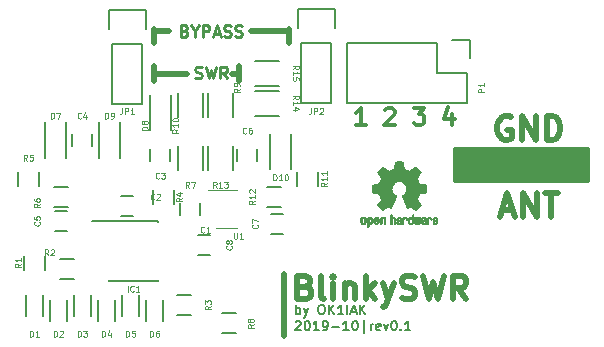
<source format=gto>
G04 #@! TF.GenerationSoftware,KiCad,Pcbnew,5.1.4+dfsg1-1~bpo10+1*
G04 #@! TF.CreationDate,2019-10-02T20:55:17+02:00*
G04 #@! TF.ProjectId,iak-swr-meter,69616b2d-7377-4722-9d6d-657465722e6b,rev?*
G04 #@! TF.SameCoordinates,Original*
G04 #@! TF.FileFunction,Legend,Top*
G04 #@! TF.FilePolarity,Positive*
%FSLAX46Y46*%
G04 Gerber Fmt 4.6, Leading zero omitted, Abs format (unit mm)*
G04 Created by KiCad (PCBNEW 5.1.4+dfsg1-1~bpo10+1) date 2019-10-02 20:55:18*
%MOMM*%
%LPD*%
G04 APERTURE LIST*
%ADD10C,0.500000*%
%ADD11C,0.362500*%
%ADD12C,0.250000*%
%ADD13C,0.150000*%
%ADD14C,0.010000*%
%ADD15C,0.120000*%
%ADD16C,0.100000*%
%ADD17C,0.254000*%
G04 APERTURE END LIST*
D10*
X29750000Y-5750000D02*
X29750000Y-11000000D01*
D11*
X36685714Y6844047D02*
X35857142Y6844047D01*
X36271428Y6844047D02*
X36271428Y8294047D01*
X36133333Y8086904D01*
X35995238Y7948809D01*
X35857142Y7879761D01*
X38342857Y8155952D02*
X38411904Y8225000D01*
X38550000Y8294047D01*
X38895238Y8294047D01*
X39033333Y8225000D01*
X39102380Y8155952D01*
X39171428Y8017857D01*
X39171428Y7879761D01*
X39102380Y7672619D01*
X38273809Y6844047D01*
X39171428Y6844047D01*
X40759523Y8294047D02*
X41657142Y8294047D01*
X41173809Y7741666D01*
X41380952Y7741666D01*
X41519047Y7672619D01*
X41588095Y7603571D01*
X41657142Y7465476D01*
X41657142Y7120238D01*
X41588095Y6982142D01*
X41519047Y6913095D01*
X41380952Y6844047D01*
X40966666Y6844047D01*
X40828571Y6913095D01*
X40759523Y6982142D01*
X44004761Y7810714D02*
X44004761Y6844047D01*
X43659523Y8363095D02*
X43314285Y7327380D01*
X44211904Y7327380D01*
D10*
X30200000Y13800000D02*
X30200000Y15000000D01*
X26000000Y10600000D02*
X26000000Y11800000D01*
X18800000Y13800000D02*
X18800000Y15000000D01*
X18800000Y10600000D02*
X18800000Y11800000D01*
X26000000Y11200000D02*
X25400000Y11200000D01*
X30200000Y14800000D02*
X27000000Y14800000D01*
X21600000Y11200000D02*
X18800000Y11200000D01*
X20000000Y14800000D02*
X18800000Y14800000D01*
D12*
X21361904Y14821428D02*
X21504761Y14773809D01*
X21552380Y14726190D01*
X21600000Y14630952D01*
X21600000Y14488095D01*
X21552380Y14392857D01*
X21504761Y14345238D01*
X21409523Y14297619D01*
X21028571Y14297619D01*
X21028571Y15297619D01*
X21361904Y15297619D01*
X21457142Y15250000D01*
X21504761Y15202380D01*
X21552380Y15107142D01*
X21552380Y15011904D01*
X21504761Y14916666D01*
X21457142Y14869047D01*
X21361904Y14821428D01*
X21028571Y14821428D01*
X22219047Y14773809D02*
X22219047Y14297619D01*
X21885714Y15297619D02*
X22219047Y14773809D01*
X22552380Y15297619D01*
X22885714Y14297619D02*
X22885714Y15297619D01*
X23266666Y15297619D01*
X23361904Y15250000D01*
X23409523Y15202380D01*
X23457142Y15107142D01*
X23457142Y14964285D01*
X23409523Y14869047D01*
X23361904Y14821428D01*
X23266666Y14773809D01*
X22885714Y14773809D01*
X23838095Y14583333D02*
X24314285Y14583333D01*
X23742857Y14297619D02*
X24076190Y15297619D01*
X24409523Y14297619D01*
X24695238Y14345238D02*
X24838095Y14297619D01*
X25076190Y14297619D01*
X25171428Y14345238D01*
X25219047Y14392857D01*
X25266666Y14488095D01*
X25266666Y14583333D01*
X25219047Y14678571D01*
X25171428Y14726190D01*
X25076190Y14773809D01*
X24885714Y14821428D01*
X24790476Y14869047D01*
X24742857Y14916666D01*
X24695238Y15011904D01*
X24695238Y15107142D01*
X24742857Y15202380D01*
X24790476Y15250000D01*
X24885714Y15297619D01*
X25123809Y15297619D01*
X25266666Y15250000D01*
X25647619Y14345238D02*
X25790476Y14297619D01*
X26028571Y14297619D01*
X26123809Y14345238D01*
X26171428Y14392857D01*
X26219047Y14488095D01*
X26219047Y14583333D01*
X26171428Y14678571D01*
X26123809Y14726190D01*
X26028571Y14773809D01*
X25838095Y14821428D01*
X25742857Y14869047D01*
X25695238Y14916666D01*
X25647619Y15011904D01*
X25647619Y15107142D01*
X25695238Y15202380D01*
X25742857Y15250000D01*
X25838095Y15297619D01*
X26076190Y15297619D01*
X26219047Y15250000D01*
X22242857Y10845238D02*
X22385714Y10797619D01*
X22623809Y10797619D01*
X22719047Y10845238D01*
X22766666Y10892857D01*
X22814285Y10988095D01*
X22814285Y11083333D01*
X22766666Y11178571D01*
X22719047Y11226190D01*
X22623809Y11273809D01*
X22433333Y11321428D01*
X22338095Y11369047D01*
X22290476Y11416666D01*
X22242857Y11511904D01*
X22242857Y11607142D01*
X22290476Y11702380D01*
X22338095Y11750000D01*
X22433333Y11797619D01*
X22671428Y11797619D01*
X22814285Y11750000D01*
X23147619Y11797619D02*
X23385714Y10797619D01*
X23576190Y11511904D01*
X23766666Y10797619D01*
X24004761Y11797619D01*
X24957142Y10797619D02*
X24623809Y11273809D01*
X24385714Y10797619D02*
X24385714Y11797619D01*
X24766666Y11797619D01*
X24861904Y11750000D01*
X24909523Y11702380D01*
X24957142Y11607142D01*
X24957142Y11464285D01*
X24909523Y11369047D01*
X24861904Y11321428D01*
X24766666Y11273809D01*
X24385714Y11273809D01*
D13*
X30787976Y-9186904D02*
X30787976Y-8386904D01*
X30787976Y-8691666D02*
X30864166Y-8653571D01*
X31016547Y-8653571D01*
X31092738Y-8691666D01*
X31130833Y-8729761D01*
X31168928Y-8805952D01*
X31168928Y-9034523D01*
X31130833Y-9110714D01*
X31092738Y-9148809D01*
X31016547Y-9186904D01*
X30864166Y-9186904D01*
X30787976Y-9148809D01*
X31435595Y-8653571D02*
X31626071Y-9186904D01*
X31816547Y-8653571D02*
X31626071Y-9186904D01*
X31549880Y-9377380D01*
X31511785Y-9415476D01*
X31435595Y-9453571D01*
X32883214Y-8386904D02*
X33035595Y-8386904D01*
X33111785Y-8425000D01*
X33187976Y-8501190D01*
X33226071Y-8653571D01*
X33226071Y-8920238D01*
X33187976Y-9072619D01*
X33111785Y-9148809D01*
X33035595Y-9186904D01*
X32883214Y-9186904D01*
X32807023Y-9148809D01*
X32730833Y-9072619D01*
X32692738Y-8920238D01*
X32692738Y-8653571D01*
X32730833Y-8501190D01*
X32807023Y-8425000D01*
X32883214Y-8386904D01*
X33568928Y-9186904D02*
X33568928Y-8386904D01*
X34026071Y-9186904D02*
X33683214Y-8729761D01*
X34026071Y-8386904D02*
X33568928Y-8844047D01*
X34787976Y-9186904D02*
X34330833Y-9186904D01*
X34559404Y-9186904D02*
X34559404Y-8386904D01*
X34483214Y-8501190D01*
X34407023Y-8577380D01*
X34330833Y-8615476D01*
X35130833Y-9186904D02*
X35130833Y-8386904D01*
X35473690Y-8958333D02*
X35854642Y-8958333D01*
X35397500Y-9186904D02*
X35664166Y-8386904D01*
X35930833Y-9186904D01*
X36197500Y-9186904D02*
X36197500Y-8386904D01*
X36654642Y-9186904D02*
X36311785Y-8729761D01*
X36654642Y-8386904D02*
X36197500Y-8844047D01*
X30749880Y-9813095D02*
X30787976Y-9775000D01*
X30864166Y-9736904D01*
X31054642Y-9736904D01*
X31130833Y-9775000D01*
X31168928Y-9813095D01*
X31207023Y-9889285D01*
X31207023Y-9965476D01*
X31168928Y-10079761D01*
X30711785Y-10536904D01*
X31207023Y-10536904D01*
X31702261Y-9736904D02*
X31778452Y-9736904D01*
X31854642Y-9775000D01*
X31892738Y-9813095D01*
X31930833Y-9889285D01*
X31968928Y-10041666D01*
X31968928Y-10232142D01*
X31930833Y-10384523D01*
X31892738Y-10460714D01*
X31854642Y-10498809D01*
X31778452Y-10536904D01*
X31702261Y-10536904D01*
X31626071Y-10498809D01*
X31587976Y-10460714D01*
X31549880Y-10384523D01*
X31511785Y-10232142D01*
X31511785Y-10041666D01*
X31549880Y-9889285D01*
X31587976Y-9813095D01*
X31626071Y-9775000D01*
X31702261Y-9736904D01*
X32730833Y-10536904D02*
X32273690Y-10536904D01*
X32502261Y-10536904D02*
X32502261Y-9736904D01*
X32426071Y-9851190D01*
X32349880Y-9927380D01*
X32273690Y-9965476D01*
X33111785Y-10536904D02*
X33264166Y-10536904D01*
X33340357Y-10498809D01*
X33378452Y-10460714D01*
X33454642Y-10346428D01*
X33492738Y-10194047D01*
X33492738Y-9889285D01*
X33454642Y-9813095D01*
X33416547Y-9775000D01*
X33340357Y-9736904D01*
X33187976Y-9736904D01*
X33111785Y-9775000D01*
X33073690Y-9813095D01*
X33035595Y-9889285D01*
X33035595Y-10079761D01*
X33073690Y-10155952D01*
X33111785Y-10194047D01*
X33187976Y-10232142D01*
X33340357Y-10232142D01*
X33416547Y-10194047D01*
X33454642Y-10155952D01*
X33492738Y-10079761D01*
X33835595Y-10232142D02*
X34445119Y-10232142D01*
X35245119Y-10536904D02*
X34787976Y-10536904D01*
X35016547Y-10536904D02*
X35016547Y-9736904D01*
X34940357Y-9851190D01*
X34864166Y-9927380D01*
X34787976Y-9965476D01*
X35740357Y-9736904D02*
X35816547Y-9736904D01*
X35892738Y-9775000D01*
X35930833Y-9813095D01*
X35968928Y-9889285D01*
X36007023Y-10041666D01*
X36007023Y-10232142D01*
X35968928Y-10384523D01*
X35930833Y-10460714D01*
X35892738Y-10498809D01*
X35816547Y-10536904D01*
X35740357Y-10536904D01*
X35664166Y-10498809D01*
X35626071Y-10460714D01*
X35587976Y-10384523D01*
X35549880Y-10232142D01*
X35549880Y-10041666D01*
X35587976Y-9889285D01*
X35626071Y-9813095D01*
X35664166Y-9775000D01*
X35740357Y-9736904D01*
X36540357Y-10803571D02*
X36540357Y-9660714D01*
X37111785Y-10536904D02*
X37111785Y-10003571D01*
X37111785Y-10155952D02*
X37149880Y-10079761D01*
X37187976Y-10041666D01*
X37264166Y-10003571D01*
X37340357Y-10003571D01*
X37911785Y-10498809D02*
X37835595Y-10536904D01*
X37683214Y-10536904D01*
X37607023Y-10498809D01*
X37568928Y-10422619D01*
X37568928Y-10117857D01*
X37607023Y-10041666D01*
X37683214Y-10003571D01*
X37835595Y-10003571D01*
X37911785Y-10041666D01*
X37949880Y-10117857D01*
X37949880Y-10194047D01*
X37568928Y-10270238D01*
X38216547Y-10003571D02*
X38407023Y-10536904D01*
X38597500Y-10003571D01*
X39054642Y-9736904D02*
X39130833Y-9736904D01*
X39207023Y-9775000D01*
X39245119Y-9813095D01*
X39283214Y-9889285D01*
X39321309Y-10041666D01*
X39321309Y-10232142D01*
X39283214Y-10384523D01*
X39245119Y-10460714D01*
X39207023Y-10498809D01*
X39130833Y-10536904D01*
X39054642Y-10536904D01*
X38978452Y-10498809D01*
X38940357Y-10460714D01*
X38902261Y-10384523D01*
X38864166Y-10232142D01*
X38864166Y-10041666D01*
X38902261Y-9889285D01*
X38940357Y-9813095D01*
X38978452Y-9775000D01*
X39054642Y-9736904D01*
X39664166Y-10460714D02*
X39702261Y-10498809D01*
X39664166Y-10536904D01*
X39626071Y-10498809D01*
X39664166Y-10460714D01*
X39664166Y-10536904D01*
X40464166Y-10536904D02*
X40007023Y-10536904D01*
X40235595Y-10536904D02*
X40235595Y-9736904D01*
X40159404Y-9851190D01*
X40083214Y-9927380D01*
X40007023Y-9965476D01*
D10*
X31571428Y-6857142D02*
X31857142Y-6952380D01*
X31952380Y-7047619D01*
X32047619Y-7238095D01*
X32047619Y-7523809D01*
X31952380Y-7714285D01*
X31857142Y-7809523D01*
X31666666Y-7904761D01*
X30904761Y-7904761D01*
X30904761Y-5904761D01*
X31571428Y-5904761D01*
X31761904Y-6000000D01*
X31857142Y-6095238D01*
X31952380Y-6285714D01*
X31952380Y-6476190D01*
X31857142Y-6666666D01*
X31761904Y-6761904D01*
X31571428Y-6857142D01*
X30904761Y-6857142D01*
X33190476Y-7904761D02*
X33000000Y-7809523D01*
X32904761Y-7619047D01*
X32904761Y-5904761D01*
X33952380Y-7904761D02*
X33952380Y-6571428D01*
X33952380Y-5904761D02*
X33857142Y-6000000D01*
X33952380Y-6095238D01*
X34047619Y-6000000D01*
X33952380Y-5904761D01*
X33952380Y-6095238D01*
X34904761Y-6571428D02*
X34904761Y-7904761D01*
X34904761Y-6761904D02*
X35000000Y-6666666D01*
X35190476Y-6571428D01*
X35476190Y-6571428D01*
X35666666Y-6666666D01*
X35761904Y-6857142D01*
X35761904Y-7904761D01*
X36714285Y-7904761D02*
X36714285Y-5904761D01*
X36904761Y-7142857D02*
X37476190Y-7904761D01*
X37476190Y-6571428D02*
X36714285Y-7333333D01*
X38142857Y-6571428D02*
X38619047Y-7904761D01*
X39095238Y-6571428D02*
X38619047Y-7904761D01*
X38428571Y-8380952D01*
X38333333Y-8476190D01*
X38142857Y-8571428D01*
X39761904Y-7809523D02*
X40047619Y-7904761D01*
X40523809Y-7904761D01*
X40714285Y-7809523D01*
X40809523Y-7714285D01*
X40904761Y-7523809D01*
X40904761Y-7333333D01*
X40809523Y-7142857D01*
X40714285Y-7047619D01*
X40523809Y-6952380D01*
X40142857Y-6857142D01*
X39952380Y-6761904D01*
X39857142Y-6666666D01*
X39761904Y-6476190D01*
X39761904Y-6285714D01*
X39857142Y-6095238D01*
X39952380Y-6000000D01*
X40142857Y-5904761D01*
X40619047Y-5904761D01*
X40904761Y-6000000D01*
X41571428Y-5904761D02*
X42047619Y-7904761D01*
X42428571Y-6476190D01*
X42809523Y-7904761D01*
X43285714Y-5904761D01*
X45190476Y-7904761D02*
X44523809Y-6952380D01*
X44047619Y-7904761D02*
X44047619Y-5904761D01*
X44809523Y-5904761D01*
X45000000Y-6000000D01*
X45095238Y-6095238D01*
X45190476Y-6285714D01*
X45190476Y-6571428D01*
X45095238Y-6761904D01*
X45000000Y-6857142D01*
X44809523Y-6952380D01*
X44047619Y-6952380D01*
X48214285Y-333333D02*
X49166666Y-333333D01*
X48023809Y-904761D02*
X48690476Y1095238D01*
X49357142Y-904761D01*
X50023809Y-904761D02*
X50023809Y1095238D01*
X51166666Y-904761D01*
X51166666Y1095238D01*
X51833333Y1095238D02*
X52976190Y1095238D01*
X52404761Y-904761D02*
X52404761Y1095238D01*
X48976190Y7500000D02*
X48785714Y7595238D01*
X48500000Y7595238D01*
X48214285Y7500000D01*
X48023809Y7309523D01*
X47928571Y7119047D01*
X47833333Y6738095D01*
X47833333Y6452380D01*
X47928571Y6071428D01*
X48023809Y5880952D01*
X48214285Y5690476D01*
X48500000Y5595238D01*
X48690476Y5595238D01*
X48976190Y5690476D01*
X49071428Y5785714D01*
X49071428Y6452380D01*
X48690476Y6452380D01*
X49928571Y5595238D02*
X49928571Y7595238D01*
X51071428Y5595238D01*
X51071428Y7595238D01*
X52023809Y5595238D02*
X52023809Y7595238D01*
X52500000Y7595238D01*
X52785714Y7500000D01*
X52976190Y7309523D01*
X53071428Y7119047D01*
X53166666Y6738095D01*
X53166666Y6452380D01*
X53071428Y6071428D01*
X52976190Y5880952D01*
X52785714Y5690476D01*
X52500000Y5595238D01*
X52023809Y5595238D01*
D14*
G36*
X39603910Y3757652D02*
G01*
X39682454Y3757222D01*
X39739298Y3756058D01*
X39778105Y3753793D01*
X39802538Y3750060D01*
X39816262Y3744494D01*
X39822940Y3736727D01*
X39826236Y3726395D01*
X39826556Y3725057D01*
X39831562Y3700921D01*
X39840829Y3653299D01*
X39853392Y3587259D01*
X39868287Y3507872D01*
X39884551Y3420204D01*
X39885119Y3417125D01*
X39901410Y3331211D01*
X39916652Y3255304D01*
X39929861Y3193955D01*
X39940054Y3151718D01*
X39946248Y3133145D01*
X39946543Y3132816D01*
X39964788Y3123747D01*
X40002405Y3108633D01*
X40051271Y3090738D01*
X40051543Y3090642D01*
X40113093Y3067507D01*
X40185657Y3038035D01*
X40254057Y3008403D01*
X40257294Y3006938D01*
X40368702Y2956374D01*
X40615399Y3124840D01*
X40691077Y3176197D01*
X40759631Y3222111D01*
X40817088Y3259970D01*
X40859476Y3287163D01*
X40882825Y3301079D01*
X40885042Y3302111D01*
X40902010Y3297516D01*
X40933701Y3275345D01*
X40981352Y3234553D01*
X41046198Y3174095D01*
X41112397Y3109773D01*
X41176214Y3046388D01*
X41233329Y2988549D01*
X41280305Y2939825D01*
X41313703Y2903790D01*
X41330085Y2884016D01*
X41330694Y2882998D01*
X41332505Y2869428D01*
X41325683Y2847267D01*
X41308540Y2813522D01*
X41279393Y2765200D01*
X41236555Y2699308D01*
X41179448Y2614483D01*
X41128766Y2539823D01*
X41083461Y2472860D01*
X41046150Y2417484D01*
X41019452Y2377580D01*
X41005985Y2357038D01*
X41005137Y2355644D01*
X41006781Y2335962D01*
X41019245Y2297707D01*
X41040048Y2248111D01*
X41047462Y2232272D01*
X41079814Y2161710D01*
X41114328Y2081647D01*
X41142365Y2012371D01*
X41162568Y1960955D01*
X41178615Y1921881D01*
X41187888Y1901459D01*
X41189041Y1899886D01*
X41206096Y1897279D01*
X41246298Y1890137D01*
X41304302Y1879477D01*
X41374763Y1866315D01*
X41452335Y1851667D01*
X41531672Y1836551D01*
X41607431Y1821982D01*
X41674264Y1808978D01*
X41726828Y1798555D01*
X41759776Y1791730D01*
X41767857Y1789801D01*
X41776205Y1785038D01*
X41782506Y1774282D01*
X41787045Y1753902D01*
X41790104Y1720266D01*
X41791967Y1669745D01*
X41792918Y1598708D01*
X41793240Y1503524D01*
X41793257Y1464508D01*
X41793257Y1147201D01*
X41717057Y1132161D01*
X41674663Y1124005D01*
X41611400Y1112101D01*
X41534962Y1097884D01*
X41453043Y1082790D01*
X41430400Y1078645D01*
X41354806Y1063947D01*
X41288953Y1049495D01*
X41238366Y1036625D01*
X41208574Y1026678D01*
X41203612Y1023713D01*
X41191426Y1002717D01*
X41173953Y962033D01*
X41154577Y909678D01*
X41150734Y898400D01*
X41125339Y828477D01*
X41093817Y749582D01*
X41062969Y678734D01*
X41062817Y678405D01*
X41011447Y567267D01*
X41180399Y318747D01*
X41349352Y70228D01*
X41132429Y-147058D01*
X41066819Y-211726D01*
X41006979Y-268733D01*
X40956267Y-315033D01*
X40918046Y-347584D01*
X40895675Y-363343D01*
X40892466Y-364343D01*
X40873626Y-356469D01*
X40835180Y-334578D01*
X40781330Y-301267D01*
X40716276Y-259131D01*
X40645940Y-211943D01*
X40574555Y-163810D01*
X40510908Y-121928D01*
X40459041Y-88871D01*
X40422995Y-67218D01*
X40406867Y-59543D01*
X40387189Y-66037D01*
X40349875Y-83150D01*
X40302621Y-107326D01*
X40297612Y-110013D01*
X40233977Y-141927D01*
X40190341Y-157579D01*
X40163202Y-157745D01*
X40149057Y-143204D01*
X40148975Y-143000D01*
X40141905Y-125779D01*
X40125042Y-84899D01*
X40099695Y-23525D01*
X40067171Y55181D01*
X40028778Y148053D01*
X39985822Y251928D01*
X39944222Y352498D01*
X39898504Y463484D01*
X39856526Y566297D01*
X39819548Y657785D01*
X39788827Y734799D01*
X39765622Y794185D01*
X39751190Y832791D01*
X39746743Y847200D01*
X39757896Y863728D01*
X39787069Y890070D01*
X39825971Y919113D01*
X39936757Y1010961D01*
X40023351Y1116241D01*
X40084716Y1232734D01*
X40119815Y1358224D01*
X40127608Y1490493D01*
X40121943Y1551543D01*
X40091078Y1678205D01*
X40037920Y1790059D01*
X39965767Y1885999D01*
X39877917Y1964924D01*
X39777665Y2025730D01*
X39668310Y2067313D01*
X39553147Y2088572D01*
X39435475Y2088401D01*
X39318590Y2065699D01*
X39205789Y2019362D01*
X39100369Y1948287D01*
X39056368Y1908089D01*
X38971979Y1804871D01*
X38913222Y1692075D01*
X38879704Y1572990D01*
X38871035Y1450905D01*
X38886823Y1329107D01*
X38926678Y1210884D01*
X38990207Y1099525D01*
X39077021Y998316D01*
X39174029Y919113D01*
X39214437Y888838D01*
X39242982Y862781D01*
X39253257Y847175D01*
X39247877Y830157D01*
X39232575Y789500D01*
X39208612Y728358D01*
X39177244Y649881D01*
X39139732Y557220D01*
X39097333Y453528D01*
X39055663Y352474D01*
X39009690Y241393D01*
X38967107Y138459D01*
X38929221Y46835D01*
X38897340Y-30316D01*
X38872771Y-89831D01*
X38856820Y-128544D01*
X38850910Y-143000D01*
X38836948Y-157685D01*
X38809940Y-157642D01*
X38766413Y-142099D01*
X38702890Y-110284D01*
X38702388Y-110013D01*
X38654560Y-85323D01*
X38615897Y-67338D01*
X38594095Y-59614D01*
X38593133Y-59543D01*
X38576721Y-67378D01*
X38540487Y-89165D01*
X38488474Y-122328D01*
X38424725Y-164291D01*
X38354060Y-211943D01*
X38282116Y-260191D01*
X38217274Y-302151D01*
X38163735Y-335227D01*
X38125697Y-356821D01*
X38107533Y-364343D01*
X38090808Y-354457D01*
X38057180Y-326826D01*
X38010010Y-284495D01*
X37952658Y-230505D01*
X37888484Y-167899D01*
X37867497Y-146983D01*
X37650499Y70377D01*
X37815668Y312780D01*
X37865864Y387219D01*
X37909919Y454028D01*
X37945362Y509335D01*
X37969719Y549271D01*
X37980522Y569964D01*
X37980838Y571437D01*
X37975143Y590942D01*
X37959826Y630178D01*
X37937537Y682570D01*
X37921893Y717645D01*
X37892641Y784799D01*
X37865094Y852642D01*
X37843737Y909966D01*
X37837935Y927428D01*
X37821452Y974062D01*
X37805340Y1010095D01*
X37796490Y1023713D01*
X37776960Y1032048D01*
X37734334Y1043863D01*
X37674145Y1057819D01*
X37601922Y1072578D01*
X37569600Y1078645D01*
X37487522Y1093727D01*
X37408795Y1108331D01*
X37341109Y1121020D01*
X37292160Y1130358D01*
X37282943Y1132161D01*
X37206743Y1147201D01*
X37206743Y1464508D01*
X37206914Y1568846D01*
X37207616Y1647787D01*
X37209134Y1704962D01*
X37211749Y1744001D01*
X37215746Y1768535D01*
X37221409Y1782195D01*
X37229020Y1788611D01*
X37232143Y1789801D01*
X37250978Y1794020D01*
X37292588Y1802438D01*
X37351630Y1814039D01*
X37422757Y1827805D01*
X37500625Y1842720D01*
X37579887Y1857768D01*
X37655198Y1871931D01*
X37721213Y1884194D01*
X37772587Y1893539D01*
X37803975Y1898950D01*
X37810959Y1899886D01*
X37817285Y1912404D01*
X37831290Y1945754D01*
X37850355Y1993623D01*
X37857634Y2012371D01*
X37886996Y2084805D01*
X37921571Y2164830D01*
X37952537Y2232272D01*
X37975323Y2283841D01*
X37990482Y2326215D01*
X37995542Y2352166D01*
X37994736Y2355644D01*
X37984041Y2372064D01*
X37959620Y2408583D01*
X37924095Y2461313D01*
X37880087Y2526365D01*
X37830217Y2599849D01*
X37820356Y2614355D01*
X37762492Y2700296D01*
X37719956Y2765739D01*
X37691054Y2813696D01*
X37674090Y2847180D01*
X37667367Y2869205D01*
X37669190Y2882783D01*
X37669236Y2882869D01*
X37683586Y2900703D01*
X37715323Y2935183D01*
X37761010Y2982732D01*
X37817204Y3039778D01*
X37880468Y3102745D01*
X37887602Y3109773D01*
X37967330Y3186980D01*
X38028857Y3243670D01*
X38073421Y3280890D01*
X38102257Y3299685D01*
X38114958Y3302111D01*
X38133494Y3291529D01*
X38171961Y3267084D01*
X38226386Y3231388D01*
X38292798Y3187053D01*
X38367225Y3136689D01*
X38384601Y3124840D01*
X38631297Y2956374D01*
X38742706Y3006938D01*
X38810457Y3036405D01*
X38883183Y3066041D01*
X38945703Y3089670D01*
X38948457Y3090642D01*
X38997360Y3108543D01*
X39035057Y3123680D01*
X39053425Y3132790D01*
X39053456Y3132816D01*
X39059285Y3149283D01*
X39069192Y3189781D01*
X39082195Y3249758D01*
X39097309Y3324660D01*
X39113552Y3409936D01*
X39114881Y3417125D01*
X39131175Y3504986D01*
X39146133Y3584740D01*
X39158791Y3651319D01*
X39168186Y3699653D01*
X39173354Y3724675D01*
X39173444Y3725057D01*
X39176589Y3735701D01*
X39182704Y3743738D01*
X39195453Y3749533D01*
X39218500Y3753453D01*
X39255509Y3755865D01*
X39310144Y3757135D01*
X39386067Y3757629D01*
X39486944Y3757714D01*
X39500000Y3757714D01*
X39603910Y3757652D01*
X39603910Y3757652D01*
G37*
X39603910Y3757652D02*
X39682454Y3757222D01*
X39739298Y3756058D01*
X39778105Y3753793D01*
X39802538Y3750060D01*
X39816262Y3744494D01*
X39822940Y3736727D01*
X39826236Y3726395D01*
X39826556Y3725057D01*
X39831562Y3700921D01*
X39840829Y3653299D01*
X39853392Y3587259D01*
X39868287Y3507872D01*
X39884551Y3420204D01*
X39885119Y3417125D01*
X39901410Y3331211D01*
X39916652Y3255304D01*
X39929861Y3193955D01*
X39940054Y3151718D01*
X39946248Y3133145D01*
X39946543Y3132816D01*
X39964788Y3123747D01*
X40002405Y3108633D01*
X40051271Y3090738D01*
X40051543Y3090642D01*
X40113093Y3067507D01*
X40185657Y3038035D01*
X40254057Y3008403D01*
X40257294Y3006938D01*
X40368702Y2956374D01*
X40615399Y3124840D01*
X40691077Y3176197D01*
X40759631Y3222111D01*
X40817088Y3259970D01*
X40859476Y3287163D01*
X40882825Y3301079D01*
X40885042Y3302111D01*
X40902010Y3297516D01*
X40933701Y3275345D01*
X40981352Y3234553D01*
X41046198Y3174095D01*
X41112397Y3109773D01*
X41176214Y3046388D01*
X41233329Y2988549D01*
X41280305Y2939825D01*
X41313703Y2903790D01*
X41330085Y2884016D01*
X41330694Y2882998D01*
X41332505Y2869428D01*
X41325683Y2847267D01*
X41308540Y2813522D01*
X41279393Y2765200D01*
X41236555Y2699308D01*
X41179448Y2614483D01*
X41128766Y2539823D01*
X41083461Y2472860D01*
X41046150Y2417484D01*
X41019452Y2377580D01*
X41005985Y2357038D01*
X41005137Y2355644D01*
X41006781Y2335962D01*
X41019245Y2297707D01*
X41040048Y2248111D01*
X41047462Y2232272D01*
X41079814Y2161710D01*
X41114328Y2081647D01*
X41142365Y2012371D01*
X41162568Y1960955D01*
X41178615Y1921881D01*
X41187888Y1901459D01*
X41189041Y1899886D01*
X41206096Y1897279D01*
X41246298Y1890137D01*
X41304302Y1879477D01*
X41374763Y1866315D01*
X41452335Y1851667D01*
X41531672Y1836551D01*
X41607431Y1821982D01*
X41674264Y1808978D01*
X41726828Y1798555D01*
X41759776Y1791730D01*
X41767857Y1789801D01*
X41776205Y1785038D01*
X41782506Y1774282D01*
X41787045Y1753902D01*
X41790104Y1720266D01*
X41791967Y1669745D01*
X41792918Y1598708D01*
X41793240Y1503524D01*
X41793257Y1464508D01*
X41793257Y1147201D01*
X41717057Y1132161D01*
X41674663Y1124005D01*
X41611400Y1112101D01*
X41534962Y1097884D01*
X41453043Y1082790D01*
X41430400Y1078645D01*
X41354806Y1063947D01*
X41288953Y1049495D01*
X41238366Y1036625D01*
X41208574Y1026678D01*
X41203612Y1023713D01*
X41191426Y1002717D01*
X41173953Y962033D01*
X41154577Y909678D01*
X41150734Y898400D01*
X41125339Y828477D01*
X41093817Y749582D01*
X41062969Y678734D01*
X41062817Y678405D01*
X41011447Y567267D01*
X41180399Y318747D01*
X41349352Y70228D01*
X41132429Y-147058D01*
X41066819Y-211726D01*
X41006979Y-268733D01*
X40956267Y-315033D01*
X40918046Y-347584D01*
X40895675Y-363343D01*
X40892466Y-364343D01*
X40873626Y-356469D01*
X40835180Y-334578D01*
X40781330Y-301267D01*
X40716276Y-259131D01*
X40645940Y-211943D01*
X40574555Y-163810D01*
X40510908Y-121928D01*
X40459041Y-88871D01*
X40422995Y-67218D01*
X40406867Y-59543D01*
X40387189Y-66037D01*
X40349875Y-83150D01*
X40302621Y-107326D01*
X40297612Y-110013D01*
X40233977Y-141927D01*
X40190341Y-157579D01*
X40163202Y-157745D01*
X40149057Y-143204D01*
X40148975Y-143000D01*
X40141905Y-125779D01*
X40125042Y-84899D01*
X40099695Y-23525D01*
X40067171Y55181D01*
X40028778Y148053D01*
X39985822Y251928D01*
X39944222Y352498D01*
X39898504Y463484D01*
X39856526Y566297D01*
X39819548Y657785D01*
X39788827Y734799D01*
X39765622Y794185D01*
X39751190Y832791D01*
X39746743Y847200D01*
X39757896Y863728D01*
X39787069Y890070D01*
X39825971Y919113D01*
X39936757Y1010961D01*
X40023351Y1116241D01*
X40084716Y1232734D01*
X40119815Y1358224D01*
X40127608Y1490493D01*
X40121943Y1551543D01*
X40091078Y1678205D01*
X40037920Y1790059D01*
X39965767Y1885999D01*
X39877917Y1964924D01*
X39777665Y2025730D01*
X39668310Y2067313D01*
X39553147Y2088572D01*
X39435475Y2088401D01*
X39318590Y2065699D01*
X39205789Y2019362D01*
X39100369Y1948287D01*
X39056368Y1908089D01*
X38971979Y1804871D01*
X38913222Y1692075D01*
X38879704Y1572990D01*
X38871035Y1450905D01*
X38886823Y1329107D01*
X38926678Y1210884D01*
X38990207Y1099525D01*
X39077021Y998316D01*
X39174029Y919113D01*
X39214437Y888838D01*
X39242982Y862781D01*
X39253257Y847175D01*
X39247877Y830157D01*
X39232575Y789500D01*
X39208612Y728358D01*
X39177244Y649881D01*
X39139732Y557220D01*
X39097333Y453528D01*
X39055663Y352474D01*
X39009690Y241393D01*
X38967107Y138459D01*
X38929221Y46835D01*
X38897340Y-30316D01*
X38872771Y-89831D01*
X38856820Y-128544D01*
X38850910Y-143000D01*
X38836948Y-157685D01*
X38809940Y-157642D01*
X38766413Y-142099D01*
X38702890Y-110284D01*
X38702388Y-110013D01*
X38654560Y-85323D01*
X38615897Y-67338D01*
X38594095Y-59614D01*
X38593133Y-59543D01*
X38576721Y-67378D01*
X38540487Y-89165D01*
X38488474Y-122328D01*
X38424725Y-164291D01*
X38354060Y-211943D01*
X38282116Y-260191D01*
X38217274Y-302151D01*
X38163735Y-335227D01*
X38125697Y-356821D01*
X38107533Y-364343D01*
X38090808Y-354457D01*
X38057180Y-326826D01*
X38010010Y-284495D01*
X37952658Y-230505D01*
X37888484Y-167899D01*
X37867497Y-146983D01*
X37650499Y70377D01*
X37815668Y312780D01*
X37865864Y387219D01*
X37909919Y454028D01*
X37945362Y509335D01*
X37969719Y549271D01*
X37980522Y569964D01*
X37980838Y571437D01*
X37975143Y590942D01*
X37959826Y630178D01*
X37937537Y682570D01*
X37921893Y717645D01*
X37892641Y784799D01*
X37865094Y852642D01*
X37843737Y909966D01*
X37837935Y927428D01*
X37821452Y974062D01*
X37805340Y1010095D01*
X37796490Y1023713D01*
X37776960Y1032048D01*
X37734334Y1043863D01*
X37674145Y1057819D01*
X37601922Y1072578D01*
X37569600Y1078645D01*
X37487522Y1093727D01*
X37408795Y1108331D01*
X37341109Y1121020D01*
X37292160Y1130358D01*
X37282943Y1132161D01*
X37206743Y1147201D01*
X37206743Y1464508D01*
X37206914Y1568846D01*
X37207616Y1647787D01*
X37209134Y1704962D01*
X37211749Y1744001D01*
X37215746Y1768535D01*
X37221409Y1782195D01*
X37229020Y1788611D01*
X37232143Y1789801D01*
X37250978Y1794020D01*
X37292588Y1802438D01*
X37351630Y1814039D01*
X37422757Y1827805D01*
X37500625Y1842720D01*
X37579887Y1857768D01*
X37655198Y1871931D01*
X37721213Y1884194D01*
X37772587Y1893539D01*
X37803975Y1898950D01*
X37810959Y1899886D01*
X37817285Y1912404D01*
X37831290Y1945754D01*
X37850355Y1993623D01*
X37857634Y2012371D01*
X37886996Y2084805D01*
X37921571Y2164830D01*
X37952537Y2232272D01*
X37975323Y2283841D01*
X37990482Y2326215D01*
X37995542Y2352166D01*
X37994736Y2355644D01*
X37984041Y2372064D01*
X37959620Y2408583D01*
X37924095Y2461313D01*
X37880087Y2526365D01*
X37830217Y2599849D01*
X37820356Y2614355D01*
X37762492Y2700296D01*
X37719956Y2765739D01*
X37691054Y2813696D01*
X37674090Y2847180D01*
X37667367Y2869205D01*
X37669190Y2882783D01*
X37669236Y2882869D01*
X37683586Y2900703D01*
X37715323Y2935183D01*
X37761010Y2982732D01*
X37817204Y3039778D01*
X37880468Y3102745D01*
X37887602Y3109773D01*
X37967330Y3186980D01*
X38028857Y3243670D01*
X38073421Y3280890D01*
X38102257Y3299685D01*
X38114958Y3302111D01*
X38133494Y3291529D01*
X38171961Y3267084D01*
X38226386Y3231388D01*
X38292798Y3187053D01*
X38367225Y3136689D01*
X38384601Y3124840D01*
X38631297Y2956374D01*
X38742706Y3006938D01*
X38810457Y3036405D01*
X38883183Y3066041D01*
X38945703Y3089670D01*
X38948457Y3090642D01*
X38997360Y3108543D01*
X39035057Y3123680D01*
X39053425Y3132790D01*
X39053456Y3132816D01*
X39059285Y3149283D01*
X39069192Y3189781D01*
X39082195Y3249758D01*
X39097309Y3324660D01*
X39113552Y3409936D01*
X39114881Y3417125D01*
X39131175Y3504986D01*
X39146133Y3584740D01*
X39158791Y3651319D01*
X39168186Y3699653D01*
X39173354Y3724675D01*
X39173444Y3725057D01*
X39176589Y3735701D01*
X39182704Y3743738D01*
X39195453Y3749533D01*
X39218500Y3753453D01*
X39255509Y3755865D01*
X39310144Y3757135D01*
X39386067Y3757629D01*
X39486944Y3757714D01*
X39500000Y3757714D01*
X39603910Y3757652D01*
G36*
X42653595Y-966966D02*
G01*
X42711021Y-1004497D01*
X42738719Y-1038096D01*
X42760662Y-1099064D01*
X42762405Y-1147308D01*
X42758457Y-1211816D01*
X42609686Y-1276934D01*
X42537349Y-1310202D01*
X42490084Y-1336964D01*
X42465507Y-1360144D01*
X42461237Y-1382667D01*
X42474889Y-1407455D01*
X42489943Y-1423886D01*
X42533746Y-1450235D01*
X42581389Y-1452081D01*
X42625145Y-1431546D01*
X42657289Y-1390752D01*
X42663038Y-1376347D01*
X42690576Y-1331356D01*
X42722258Y-1312182D01*
X42765714Y-1295779D01*
X42765714Y-1357966D01*
X42761872Y-1400283D01*
X42746823Y-1435969D01*
X42715280Y-1476943D01*
X42710592Y-1482267D01*
X42675506Y-1518720D01*
X42645347Y-1538283D01*
X42607615Y-1547283D01*
X42576335Y-1550230D01*
X42520385Y-1550965D01*
X42480555Y-1541660D01*
X42455708Y-1527846D01*
X42416656Y-1497467D01*
X42389625Y-1464613D01*
X42372517Y-1423294D01*
X42363238Y-1367521D01*
X42359693Y-1291305D01*
X42359410Y-1252622D01*
X42360372Y-1206247D01*
X42448007Y-1206247D01*
X42449023Y-1231126D01*
X42451556Y-1235200D01*
X42468274Y-1229665D01*
X42504249Y-1215017D01*
X42552331Y-1194190D01*
X42562386Y-1189714D01*
X42623152Y-1158814D01*
X42656632Y-1131657D01*
X42663990Y-1106220D01*
X42646391Y-1080481D01*
X42631856Y-1069109D01*
X42579410Y-1046364D01*
X42530322Y-1050122D01*
X42489227Y-1077884D01*
X42460758Y-1127152D01*
X42451631Y-1166257D01*
X42448007Y-1206247D01*
X42360372Y-1206247D01*
X42361285Y-1162249D01*
X42368196Y-1095384D01*
X42381884Y-1046695D01*
X42404096Y-1010849D01*
X42436574Y-982513D01*
X42450733Y-973355D01*
X42515053Y-949507D01*
X42585473Y-948006D01*
X42653595Y-966966D01*
X42653595Y-966966D01*
G37*
X42653595Y-966966D02*
X42711021Y-1004497D01*
X42738719Y-1038096D01*
X42760662Y-1099064D01*
X42762405Y-1147308D01*
X42758457Y-1211816D01*
X42609686Y-1276934D01*
X42537349Y-1310202D01*
X42490084Y-1336964D01*
X42465507Y-1360144D01*
X42461237Y-1382667D01*
X42474889Y-1407455D01*
X42489943Y-1423886D01*
X42533746Y-1450235D01*
X42581389Y-1452081D01*
X42625145Y-1431546D01*
X42657289Y-1390752D01*
X42663038Y-1376347D01*
X42690576Y-1331356D01*
X42722258Y-1312182D01*
X42765714Y-1295779D01*
X42765714Y-1357966D01*
X42761872Y-1400283D01*
X42746823Y-1435969D01*
X42715280Y-1476943D01*
X42710592Y-1482267D01*
X42675506Y-1518720D01*
X42645347Y-1538283D01*
X42607615Y-1547283D01*
X42576335Y-1550230D01*
X42520385Y-1550965D01*
X42480555Y-1541660D01*
X42455708Y-1527846D01*
X42416656Y-1497467D01*
X42389625Y-1464613D01*
X42372517Y-1423294D01*
X42363238Y-1367521D01*
X42359693Y-1291305D01*
X42359410Y-1252622D01*
X42360372Y-1206247D01*
X42448007Y-1206247D01*
X42449023Y-1231126D01*
X42451556Y-1235200D01*
X42468274Y-1229665D01*
X42504249Y-1215017D01*
X42552331Y-1194190D01*
X42562386Y-1189714D01*
X42623152Y-1158814D01*
X42656632Y-1131657D01*
X42663990Y-1106220D01*
X42646391Y-1080481D01*
X42631856Y-1069109D01*
X42579410Y-1046364D01*
X42530322Y-1050122D01*
X42489227Y-1077884D01*
X42460758Y-1127152D01*
X42451631Y-1166257D01*
X42448007Y-1206247D01*
X42360372Y-1206247D01*
X42361285Y-1162249D01*
X42368196Y-1095384D01*
X42381884Y-1046695D01*
X42404096Y-1010849D01*
X42436574Y-982513D01*
X42450733Y-973355D01*
X42515053Y-949507D01*
X42585473Y-948006D01*
X42653595Y-966966D01*
G36*
X42152600Y-958752D02*
G01*
X42169948Y-966334D01*
X42211356Y-999128D01*
X42246765Y-1046547D01*
X42268664Y-1097151D01*
X42272229Y-1122098D01*
X42260279Y-1156927D01*
X42234067Y-1175357D01*
X42205964Y-1186516D01*
X42193095Y-1188572D01*
X42186829Y-1173649D01*
X42174456Y-1141175D01*
X42169028Y-1126502D01*
X42138590Y-1075744D01*
X42094520Y-1050427D01*
X42038010Y-1051206D01*
X42033825Y-1052203D01*
X42003655Y-1066507D01*
X41981476Y-1094393D01*
X41966327Y-1139287D01*
X41957250Y-1204615D01*
X41953286Y-1293804D01*
X41952914Y-1341261D01*
X41952730Y-1416071D01*
X41951522Y-1467069D01*
X41948309Y-1499471D01*
X41942109Y-1518495D01*
X41931940Y-1529356D01*
X41916819Y-1537272D01*
X41915946Y-1537670D01*
X41886828Y-1549981D01*
X41872403Y-1554514D01*
X41870186Y-1540809D01*
X41868289Y-1502925D01*
X41866847Y-1445715D01*
X41865998Y-1374027D01*
X41865829Y-1321565D01*
X41866692Y-1220047D01*
X41870070Y-1143032D01*
X41877142Y-1086023D01*
X41889088Y-1044526D01*
X41907090Y-1014043D01*
X41932327Y-990080D01*
X41957247Y-973355D01*
X42017171Y-951097D01*
X42086911Y-946076D01*
X42152600Y-958752D01*
X42152600Y-958752D01*
G37*
X42152600Y-958752D02*
X42169948Y-966334D01*
X42211356Y-999128D01*
X42246765Y-1046547D01*
X42268664Y-1097151D01*
X42272229Y-1122098D01*
X42260279Y-1156927D01*
X42234067Y-1175357D01*
X42205964Y-1186516D01*
X42193095Y-1188572D01*
X42186829Y-1173649D01*
X42174456Y-1141175D01*
X42169028Y-1126502D01*
X42138590Y-1075744D01*
X42094520Y-1050427D01*
X42038010Y-1051206D01*
X42033825Y-1052203D01*
X42003655Y-1066507D01*
X41981476Y-1094393D01*
X41966327Y-1139287D01*
X41957250Y-1204615D01*
X41953286Y-1293804D01*
X41952914Y-1341261D01*
X41952730Y-1416071D01*
X41951522Y-1467069D01*
X41948309Y-1499471D01*
X41942109Y-1518495D01*
X41931940Y-1529356D01*
X41916819Y-1537272D01*
X41915946Y-1537670D01*
X41886828Y-1549981D01*
X41872403Y-1554514D01*
X41870186Y-1540809D01*
X41868289Y-1502925D01*
X41866847Y-1445715D01*
X41865998Y-1374027D01*
X41865829Y-1321565D01*
X41866692Y-1220047D01*
X41870070Y-1143032D01*
X41877142Y-1086023D01*
X41889088Y-1044526D01*
X41907090Y-1014043D01*
X41932327Y-990080D01*
X41957247Y-973355D01*
X42017171Y-951097D01*
X42086911Y-946076D01*
X42152600Y-958752D01*
G36*
X41644876Y-956335D02*
G01*
X41686667Y-975344D01*
X41719469Y-998378D01*
X41743503Y-1024133D01*
X41760097Y-1057358D01*
X41770577Y-1102800D01*
X41776271Y-1165207D01*
X41778507Y-1249327D01*
X41778743Y-1304721D01*
X41778743Y-1520826D01*
X41741774Y-1537670D01*
X41712656Y-1549981D01*
X41698231Y-1554514D01*
X41695472Y-1541025D01*
X41693282Y-1504653D01*
X41691942Y-1451542D01*
X41691657Y-1409372D01*
X41690434Y-1348447D01*
X41687136Y-1300115D01*
X41682321Y-1270518D01*
X41678496Y-1264229D01*
X41652783Y-1270652D01*
X41612418Y-1287125D01*
X41565679Y-1309458D01*
X41520845Y-1333457D01*
X41486193Y-1354930D01*
X41470002Y-1369685D01*
X41469938Y-1369845D01*
X41471330Y-1397152D01*
X41483818Y-1423219D01*
X41505743Y-1444392D01*
X41537743Y-1451474D01*
X41565092Y-1450649D01*
X41603826Y-1450042D01*
X41624158Y-1459116D01*
X41636369Y-1483092D01*
X41637909Y-1487613D01*
X41643203Y-1521806D01*
X41629047Y-1542568D01*
X41592148Y-1552462D01*
X41552289Y-1554292D01*
X41480562Y-1540727D01*
X41443432Y-1521355D01*
X41397576Y-1475845D01*
X41373256Y-1419983D01*
X41371073Y-1360957D01*
X41391629Y-1305953D01*
X41422549Y-1271486D01*
X41453420Y-1252189D01*
X41501942Y-1227759D01*
X41558485Y-1202985D01*
X41567910Y-1199199D01*
X41630019Y-1171791D01*
X41665822Y-1147634D01*
X41677337Y-1123619D01*
X41666580Y-1096635D01*
X41648114Y-1075543D01*
X41604469Y-1049572D01*
X41556446Y-1047624D01*
X41512406Y-1067637D01*
X41480709Y-1107551D01*
X41476549Y-1117848D01*
X41452327Y-1155724D01*
X41416965Y-1183842D01*
X41372343Y-1206917D01*
X41372343Y-1141485D01*
X41374969Y-1101506D01*
X41386230Y-1069997D01*
X41411199Y-1036378D01*
X41435169Y-1010484D01*
X41472441Y-973817D01*
X41501401Y-954121D01*
X41532505Y-946220D01*
X41567713Y-944914D01*
X41644876Y-956335D01*
X41644876Y-956335D01*
G37*
X41644876Y-956335D02*
X41686667Y-975344D01*
X41719469Y-998378D01*
X41743503Y-1024133D01*
X41760097Y-1057358D01*
X41770577Y-1102800D01*
X41776271Y-1165207D01*
X41778507Y-1249327D01*
X41778743Y-1304721D01*
X41778743Y-1520826D01*
X41741774Y-1537670D01*
X41712656Y-1549981D01*
X41698231Y-1554514D01*
X41695472Y-1541025D01*
X41693282Y-1504653D01*
X41691942Y-1451542D01*
X41691657Y-1409372D01*
X41690434Y-1348447D01*
X41687136Y-1300115D01*
X41682321Y-1270518D01*
X41678496Y-1264229D01*
X41652783Y-1270652D01*
X41612418Y-1287125D01*
X41565679Y-1309458D01*
X41520845Y-1333457D01*
X41486193Y-1354930D01*
X41470002Y-1369685D01*
X41469938Y-1369845D01*
X41471330Y-1397152D01*
X41483818Y-1423219D01*
X41505743Y-1444392D01*
X41537743Y-1451474D01*
X41565092Y-1450649D01*
X41603826Y-1450042D01*
X41624158Y-1459116D01*
X41636369Y-1483092D01*
X41637909Y-1487613D01*
X41643203Y-1521806D01*
X41629047Y-1542568D01*
X41592148Y-1552462D01*
X41552289Y-1554292D01*
X41480562Y-1540727D01*
X41443432Y-1521355D01*
X41397576Y-1475845D01*
X41373256Y-1419983D01*
X41371073Y-1360957D01*
X41391629Y-1305953D01*
X41422549Y-1271486D01*
X41453420Y-1252189D01*
X41501942Y-1227759D01*
X41558485Y-1202985D01*
X41567910Y-1199199D01*
X41630019Y-1171791D01*
X41665822Y-1147634D01*
X41677337Y-1123619D01*
X41666580Y-1096635D01*
X41648114Y-1075543D01*
X41604469Y-1049572D01*
X41556446Y-1047624D01*
X41512406Y-1067637D01*
X41480709Y-1107551D01*
X41476549Y-1117848D01*
X41452327Y-1155724D01*
X41416965Y-1183842D01*
X41372343Y-1206917D01*
X41372343Y-1141485D01*
X41374969Y-1101506D01*
X41386230Y-1069997D01*
X41411199Y-1036378D01*
X41435169Y-1010484D01*
X41472441Y-973817D01*
X41501401Y-954121D01*
X41532505Y-946220D01*
X41567713Y-944914D01*
X41644876Y-956335D01*
G36*
X41279833Y-958663D02*
G01*
X41282048Y-996850D01*
X41283784Y-1054886D01*
X41284899Y-1128180D01*
X41285257Y-1205055D01*
X41285257Y-1465196D01*
X41239326Y-1511127D01*
X41207675Y-1539429D01*
X41179890Y-1550893D01*
X41141915Y-1550168D01*
X41126840Y-1548321D01*
X41079726Y-1542948D01*
X41040756Y-1539869D01*
X41031257Y-1539585D01*
X40999233Y-1541445D01*
X40953432Y-1546114D01*
X40935674Y-1548321D01*
X40892057Y-1551735D01*
X40862745Y-1544320D01*
X40833680Y-1521427D01*
X40823188Y-1511127D01*
X40777257Y-1465196D01*
X40777257Y-978602D01*
X40814226Y-961758D01*
X40846059Y-949282D01*
X40864683Y-944914D01*
X40869458Y-958718D01*
X40873921Y-997286D01*
X40877775Y-1056356D01*
X40880722Y-1131663D01*
X40882143Y-1195286D01*
X40886114Y-1445657D01*
X40920759Y-1450556D01*
X40952268Y-1447131D01*
X40967708Y-1436041D01*
X40972023Y-1415308D01*
X40975708Y-1371145D01*
X40978469Y-1309146D01*
X40980012Y-1234909D01*
X40980235Y-1196706D01*
X40980457Y-976783D01*
X41026166Y-960849D01*
X41058518Y-950015D01*
X41076115Y-944962D01*
X41076623Y-944914D01*
X41078388Y-958648D01*
X41080329Y-996730D01*
X41082282Y-1054482D01*
X41084084Y-1127227D01*
X41085343Y-1195286D01*
X41089314Y-1445657D01*
X41176400Y-1445657D01*
X41180396Y-1217240D01*
X41184392Y-988822D01*
X41226847Y-966868D01*
X41258192Y-951793D01*
X41276744Y-944951D01*
X41277279Y-944914D01*
X41279833Y-958663D01*
X41279833Y-958663D01*
G37*
X41279833Y-958663D02*
X41282048Y-996850D01*
X41283784Y-1054886D01*
X41284899Y-1128180D01*
X41285257Y-1205055D01*
X41285257Y-1465196D01*
X41239326Y-1511127D01*
X41207675Y-1539429D01*
X41179890Y-1550893D01*
X41141915Y-1550168D01*
X41126840Y-1548321D01*
X41079726Y-1542948D01*
X41040756Y-1539869D01*
X41031257Y-1539585D01*
X40999233Y-1541445D01*
X40953432Y-1546114D01*
X40935674Y-1548321D01*
X40892057Y-1551735D01*
X40862745Y-1544320D01*
X40833680Y-1521427D01*
X40823188Y-1511127D01*
X40777257Y-1465196D01*
X40777257Y-978602D01*
X40814226Y-961758D01*
X40846059Y-949282D01*
X40864683Y-944914D01*
X40869458Y-958718D01*
X40873921Y-997286D01*
X40877775Y-1056356D01*
X40880722Y-1131663D01*
X40882143Y-1195286D01*
X40886114Y-1445657D01*
X40920759Y-1450556D01*
X40952268Y-1447131D01*
X40967708Y-1436041D01*
X40972023Y-1415308D01*
X40975708Y-1371145D01*
X40978469Y-1309146D01*
X40980012Y-1234909D01*
X40980235Y-1196706D01*
X40980457Y-976783D01*
X41026166Y-960849D01*
X41058518Y-950015D01*
X41076115Y-944962D01*
X41076623Y-944914D01*
X41078388Y-958648D01*
X41080329Y-996730D01*
X41082282Y-1054482D01*
X41084084Y-1127227D01*
X41085343Y-1195286D01*
X41089314Y-1445657D01*
X41176400Y-1445657D01*
X41180396Y-1217240D01*
X41184392Y-988822D01*
X41226847Y-966868D01*
X41258192Y-951793D01*
X41276744Y-944951D01*
X41277279Y-944914D01*
X41279833Y-958663D01*
G36*
X40690117Y-1065358D02*
G01*
X40689933Y-1173837D01*
X40689219Y-1257287D01*
X40687675Y-1319704D01*
X40685001Y-1365085D01*
X40680894Y-1397429D01*
X40675055Y-1420733D01*
X40667182Y-1438995D01*
X40661221Y-1449418D01*
X40611855Y-1505945D01*
X40549264Y-1541377D01*
X40480013Y-1554090D01*
X40410668Y-1542463D01*
X40369375Y-1521568D01*
X40326025Y-1485422D01*
X40296481Y-1441276D01*
X40278655Y-1383462D01*
X40270463Y-1306313D01*
X40269302Y-1249714D01*
X40269458Y-1245647D01*
X40370857Y-1245647D01*
X40371476Y-1310550D01*
X40374314Y-1353514D01*
X40380840Y-1381622D01*
X40392523Y-1401953D01*
X40406483Y-1417288D01*
X40453365Y-1446890D01*
X40503701Y-1449419D01*
X40551276Y-1424705D01*
X40554979Y-1421356D01*
X40570783Y-1403935D01*
X40580693Y-1383209D01*
X40586058Y-1352362D01*
X40588228Y-1304577D01*
X40588571Y-1251748D01*
X40587827Y-1185381D01*
X40584748Y-1141106D01*
X40578061Y-1112009D01*
X40566496Y-1091173D01*
X40557013Y-1080107D01*
X40512960Y-1052198D01*
X40462224Y-1048843D01*
X40413796Y-1070159D01*
X40404450Y-1078073D01*
X40388540Y-1095647D01*
X40378610Y-1116587D01*
X40373278Y-1147782D01*
X40371163Y-1196122D01*
X40370857Y-1245647D01*
X40269458Y-1245647D01*
X40272810Y-1158568D01*
X40284726Y-1090086D01*
X40307135Y-1038600D01*
X40342124Y-998443D01*
X40369375Y-977861D01*
X40418907Y-955625D01*
X40476316Y-945304D01*
X40529682Y-948067D01*
X40559543Y-959212D01*
X40571261Y-962383D01*
X40579037Y-950557D01*
X40584465Y-918866D01*
X40588571Y-870593D01*
X40593067Y-816829D01*
X40599313Y-784482D01*
X40610676Y-765985D01*
X40630528Y-753770D01*
X40643000Y-748362D01*
X40690171Y-728601D01*
X40690117Y-1065358D01*
X40690117Y-1065358D01*
G37*
X40690117Y-1065358D02*
X40689933Y-1173837D01*
X40689219Y-1257287D01*
X40687675Y-1319704D01*
X40685001Y-1365085D01*
X40680894Y-1397429D01*
X40675055Y-1420733D01*
X40667182Y-1438995D01*
X40661221Y-1449418D01*
X40611855Y-1505945D01*
X40549264Y-1541377D01*
X40480013Y-1554090D01*
X40410668Y-1542463D01*
X40369375Y-1521568D01*
X40326025Y-1485422D01*
X40296481Y-1441276D01*
X40278655Y-1383462D01*
X40270463Y-1306313D01*
X40269302Y-1249714D01*
X40269458Y-1245647D01*
X40370857Y-1245647D01*
X40371476Y-1310550D01*
X40374314Y-1353514D01*
X40380840Y-1381622D01*
X40392523Y-1401953D01*
X40406483Y-1417288D01*
X40453365Y-1446890D01*
X40503701Y-1449419D01*
X40551276Y-1424705D01*
X40554979Y-1421356D01*
X40570783Y-1403935D01*
X40580693Y-1383209D01*
X40586058Y-1352362D01*
X40588228Y-1304577D01*
X40588571Y-1251748D01*
X40587827Y-1185381D01*
X40584748Y-1141106D01*
X40578061Y-1112009D01*
X40566496Y-1091173D01*
X40557013Y-1080107D01*
X40512960Y-1052198D01*
X40462224Y-1048843D01*
X40413796Y-1070159D01*
X40404450Y-1078073D01*
X40388540Y-1095647D01*
X40378610Y-1116587D01*
X40373278Y-1147782D01*
X40371163Y-1196122D01*
X40370857Y-1245647D01*
X40269458Y-1245647D01*
X40272810Y-1158568D01*
X40284726Y-1090086D01*
X40307135Y-1038600D01*
X40342124Y-998443D01*
X40369375Y-977861D01*
X40418907Y-955625D01*
X40476316Y-945304D01*
X40529682Y-948067D01*
X40559543Y-959212D01*
X40571261Y-962383D01*
X40579037Y-950557D01*
X40584465Y-918866D01*
X40588571Y-870593D01*
X40593067Y-816829D01*
X40599313Y-784482D01*
X40610676Y-765985D01*
X40630528Y-753770D01*
X40643000Y-748362D01*
X40690171Y-728601D01*
X40690117Y-1065358D01*
G36*
X40029926Y-949755D02*
G01*
X40095858Y-974084D01*
X40149273Y-1017117D01*
X40170164Y-1047409D01*
X40192939Y-1102994D01*
X40192466Y-1143186D01*
X40168562Y-1170217D01*
X40159717Y-1174813D01*
X40121530Y-1189144D01*
X40102028Y-1185472D01*
X40095422Y-1161407D01*
X40095086Y-1148114D01*
X40082992Y-1099210D01*
X40051471Y-1064999D01*
X40007659Y-1048476D01*
X39958695Y-1052634D01*
X39918894Y-1074227D01*
X39905450Y-1086544D01*
X39895921Y-1101487D01*
X39889485Y-1124075D01*
X39885317Y-1159328D01*
X39882597Y-1212266D01*
X39880502Y-1287907D01*
X39879960Y-1311857D01*
X39877981Y-1393790D01*
X39875731Y-1451455D01*
X39872357Y-1489608D01*
X39867006Y-1513004D01*
X39858824Y-1526398D01*
X39846959Y-1534545D01*
X39839362Y-1538144D01*
X39807102Y-1550452D01*
X39788111Y-1554514D01*
X39781836Y-1540948D01*
X39778006Y-1499934D01*
X39776600Y-1430999D01*
X39777598Y-1333669D01*
X39777908Y-1318657D01*
X39780101Y-1229859D01*
X39782693Y-1165019D01*
X39786382Y-1119067D01*
X39791864Y-1086935D01*
X39799835Y-1063553D01*
X39810993Y-1043852D01*
X39816830Y-1035410D01*
X39850296Y-998057D01*
X39887727Y-969003D01*
X39892309Y-966467D01*
X39959426Y-946443D01*
X40029926Y-949755D01*
X40029926Y-949755D01*
G37*
X40029926Y-949755D02*
X40095858Y-974084D01*
X40149273Y-1017117D01*
X40170164Y-1047409D01*
X40192939Y-1102994D01*
X40192466Y-1143186D01*
X40168562Y-1170217D01*
X40159717Y-1174813D01*
X40121530Y-1189144D01*
X40102028Y-1185472D01*
X40095422Y-1161407D01*
X40095086Y-1148114D01*
X40082992Y-1099210D01*
X40051471Y-1064999D01*
X40007659Y-1048476D01*
X39958695Y-1052634D01*
X39918894Y-1074227D01*
X39905450Y-1086544D01*
X39895921Y-1101487D01*
X39889485Y-1124075D01*
X39885317Y-1159328D01*
X39882597Y-1212266D01*
X39880502Y-1287907D01*
X39879960Y-1311857D01*
X39877981Y-1393790D01*
X39875731Y-1451455D01*
X39872357Y-1489608D01*
X39867006Y-1513004D01*
X39858824Y-1526398D01*
X39846959Y-1534545D01*
X39839362Y-1538144D01*
X39807102Y-1550452D01*
X39788111Y-1554514D01*
X39781836Y-1540948D01*
X39778006Y-1499934D01*
X39776600Y-1430999D01*
X39777598Y-1333669D01*
X39777908Y-1318657D01*
X39780101Y-1229859D01*
X39782693Y-1165019D01*
X39786382Y-1119067D01*
X39791864Y-1086935D01*
X39799835Y-1063553D01*
X39810993Y-1043852D01*
X39816830Y-1035410D01*
X39850296Y-998057D01*
X39887727Y-969003D01*
X39892309Y-966467D01*
X39959426Y-946443D01*
X40029926Y-949755D01*
G36*
X39539744Y-950968D02*
G01*
X39596616Y-972087D01*
X39597267Y-972493D01*
X39632440Y-998380D01*
X39658407Y-1028633D01*
X39676670Y-1068058D01*
X39688732Y-1121462D01*
X39696096Y-1193651D01*
X39700264Y-1289432D01*
X39700629Y-1303078D01*
X39705876Y-1508842D01*
X39661716Y-1531678D01*
X39629763Y-1547110D01*
X39610470Y-1554423D01*
X39609578Y-1554514D01*
X39606239Y-1541022D01*
X39603587Y-1504626D01*
X39601956Y-1451452D01*
X39601600Y-1408393D01*
X39601592Y-1338641D01*
X39598403Y-1294837D01*
X39587288Y-1273944D01*
X39563501Y-1272925D01*
X39522296Y-1288741D01*
X39460086Y-1317815D01*
X39414341Y-1341963D01*
X39390813Y-1362913D01*
X39383896Y-1385747D01*
X39383886Y-1386877D01*
X39395299Y-1426212D01*
X39429092Y-1447462D01*
X39480809Y-1450539D01*
X39518061Y-1450006D01*
X39537703Y-1460735D01*
X39549952Y-1486505D01*
X39557002Y-1519337D01*
X39546842Y-1537966D01*
X39543017Y-1540632D01*
X39507001Y-1551340D01*
X39456566Y-1552856D01*
X39404626Y-1545759D01*
X39367822Y-1532788D01*
X39316938Y-1489585D01*
X39288014Y-1429446D01*
X39282286Y-1382462D01*
X39286657Y-1340082D01*
X39302475Y-1305488D01*
X39333797Y-1274763D01*
X39384678Y-1243990D01*
X39459176Y-1209252D01*
X39463714Y-1207288D01*
X39530821Y-1176287D01*
X39572232Y-1150862D01*
X39589981Y-1128014D01*
X39586107Y-1104745D01*
X39562643Y-1078056D01*
X39555627Y-1071914D01*
X39508630Y-1048100D01*
X39459933Y-1049103D01*
X39417522Y-1072451D01*
X39389384Y-1115675D01*
X39386769Y-1124160D01*
X39361308Y-1165308D01*
X39329001Y-1185128D01*
X39282286Y-1204770D01*
X39282286Y-1153950D01*
X39296496Y-1080082D01*
X39338675Y-1012327D01*
X39360624Y-989661D01*
X39410517Y-960569D01*
X39473967Y-947400D01*
X39539744Y-950968D01*
X39539744Y-950968D01*
G37*
X39539744Y-950968D02*
X39596616Y-972087D01*
X39597267Y-972493D01*
X39632440Y-998380D01*
X39658407Y-1028633D01*
X39676670Y-1068058D01*
X39688732Y-1121462D01*
X39696096Y-1193651D01*
X39700264Y-1289432D01*
X39700629Y-1303078D01*
X39705876Y-1508842D01*
X39661716Y-1531678D01*
X39629763Y-1547110D01*
X39610470Y-1554423D01*
X39609578Y-1554514D01*
X39606239Y-1541022D01*
X39603587Y-1504626D01*
X39601956Y-1451452D01*
X39601600Y-1408393D01*
X39601592Y-1338641D01*
X39598403Y-1294837D01*
X39587288Y-1273944D01*
X39563501Y-1272925D01*
X39522296Y-1288741D01*
X39460086Y-1317815D01*
X39414341Y-1341963D01*
X39390813Y-1362913D01*
X39383896Y-1385747D01*
X39383886Y-1386877D01*
X39395299Y-1426212D01*
X39429092Y-1447462D01*
X39480809Y-1450539D01*
X39518061Y-1450006D01*
X39537703Y-1460735D01*
X39549952Y-1486505D01*
X39557002Y-1519337D01*
X39546842Y-1537966D01*
X39543017Y-1540632D01*
X39507001Y-1551340D01*
X39456566Y-1552856D01*
X39404626Y-1545759D01*
X39367822Y-1532788D01*
X39316938Y-1489585D01*
X39288014Y-1429446D01*
X39282286Y-1382462D01*
X39286657Y-1340082D01*
X39302475Y-1305488D01*
X39333797Y-1274763D01*
X39384678Y-1243990D01*
X39459176Y-1209252D01*
X39463714Y-1207288D01*
X39530821Y-1176287D01*
X39572232Y-1150862D01*
X39589981Y-1128014D01*
X39586107Y-1104745D01*
X39562643Y-1078056D01*
X39555627Y-1071914D01*
X39508630Y-1048100D01*
X39459933Y-1049103D01*
X39417522Y-1072451D01*
X39389384Y-1115675D01*
X39386769Y-1124160D01*
X39361308Y-1165308D01*
X39329001Y-1185128D01*
X39282286Y-1204770D01*
X39282286Y-1153950D01*
X39296496Y-1080082D01*
X39338675Y-1012327D01*
X39360624Y-989661D01*
X39410517Y-960569D01*
X39473967Y-947400D01*
X39539744Y-950968D01*
G36*
X38875886Y-851289D02*
G01*
X38880139Y-910613D01*
X38885025Y-945572D01*
X38891795Y-960820D01*
X38901702Y-961015D01*
X38904914Y-959195D01*
X38947644Y-946015D01*
X39003227Y-946785D01*
X39059737Y-960333D01*
X39095082Y-977861D01*
X39131321Y-1005861D01*
X39157813Y-1037549D01*
X39175999Y-1077813D01*
X39187322Y-1131543D01*
X39193222Y-1203626D01*
X39195143Y-1298951D01*
X39195177Y-1317237D01*
X39195200Y-1522646D01*
X39149491Y-1538580D01*
X39117027Y-1549420D01*
X39099215Y-1554468D01*
X39098691Y-1554514D01*
X39096937Y-1540828D01*
X39095444Y-1503076D01*
X39094326Y-1446224D01*
X39093697Y-1375234D01*
X39093600Y-1332073D01*
X39093398Y-1246973D01*
X39092358Y-1185981D01*
X39089831Y-1144177D01*
X39085164Y-1116642D01*
X39077707Y-1098456D01*
X39066811Y-1084698D01*
X39060007Y-1078073D01*
X39013272Y-1051375D01*
X38962272Y-1049375D01*
X38916001Y-1071955D01*
X38907444Y-1080107D01*
X38894893Y-1095436D01*
X38886188Y-1113618D01*
X38880631Y-1139909D01*
X38877526Y-1179562D01*
X38876176Y-1237832D01*
X38875886Y-1318173D01*
X38875886Y-1522646D01*
X38830177Y-1538580D01*
X38797713Y-1549420D01*
X38779901Y-1554468D01*
X38779377Y-1554514D01*
X38778037Y-1540623D01*
X38776828Y-1501439D01*
X38775801Y-1440700D01*
X38775002Y-1362141D01*
X38774481Y-1269498D01*
X38774286Y-1166509D01*
X38774286Y-769342D01*
X38821457Y-749444D01*
X38868629Y-729547D01*
X38875886Y-851289D01*
X38875886Y-851289D01*
G37*
X38875886Y-851289D02*
X38880139Y-910613D01*
X38885025Y-945572D01*
X38891795Y-960820D01*
X38901702Y-961015D01*
X38904914Y-959195D01*
X38947644Y-946015D01*
X39003227Y-946785D01*
X39059737Y-960333D01*
X39095082Y-977861D01*
X39131321Y-1005861D01*
X39157813Y-1037549D01*
X39175999Y-1077813D01*
X39187322Y-1131543D01*
X39193222Y-1203626D01*
X39195143Y-1298951D01*
X39195177Y-1317237D01*
X39195200Y-1522646D01*
X39149491Y-1538580D01*
X39117027Y-1549420D01*
X39099215Y-1554468D01*
X39098691Y-1554514D01*
X39096937Y-1540828D01*
X39095444Y-1503076D01*
X39094326Y-1446224D01*
X39093697Y-1375234D01*
X39093600Y-1332073D01*
X39093398Y-1246973D01*
X39092358Y-1185981D01*
X39089831Y-1144177D01*
X39085164Y-1116642D01*
X39077707Y-1098456D01*
X39066811Y-1084698D01*
X39060007Y-1078073D01*
X39013272Y-1051375D01*
X38962272Y-1049375D01*
X38916001Y-1071955D01*
X38907444Y-1080107D01*
X38894893Y-1095436D01*
X38886188Y-1113618D01*
X38880631Y-1139909D01*
X38877526Y-1179562D01*
X38876176Y-1237832D01*
X38875886Y-1318173D01*
X38875886Y-1522646D01*
X38830177Y-1538580D01*
X38797713Y-1549420D01*
X38779901Y-1554468D01*
X38779377Y-1554514D01*
X38778037Y-1540623D01*
X38776828Y-1501439D01*
X38775801Y-1440700D01*
X38775002Y-1362141D01*
X38774481Y-1269498D01*
X38774286Y-1166509D01*
X38774286Y-769342D01*
X38821457Y-749444D01*
X38868629Y-729547D01*
X38875886Y-851289D01*
G36*
X37668303Y-931239D02*
G01*
X37725527Y-969735D01*
X37769749Y-1025335D01*
X37796167Y-1096086D01*
X37801510Y-1148162D01*
X37800903Y-1169893D01*
X37795822Y-1186531D01*
X37781855Y-1201437D01*
X37754589Y-1217973D01*
X37709612Y-1239498D01*
X37642511Y-1269374D01*
X37642171Y-1269524D01*
X37580407Y-1297813D01*
X37529759Y-1322933D01*
X37495404Y-1342179D01*
X37482518Y-1352848D01*
X37482514Y-1352934D01*
X37493872Y-1376166D01*
X37520431Y-1401774D01*
X37550923Y-1420221D01*
X37566370Y-1423886D01*
X37608515Y-1411212D01*
X37644808Y-1379471D01*
X37662517Y-1344572D01*
X37679552Y-1318845D01*
X37712922Y-1289546D01*
X37752149Y-1264235D01*
X37786756Y-1250471D01*
X37793993Y-1249714D01*
X37802139Y-1262160D01*
X37802630Y-1293972D01*
X37796643Y-1336866D01*
X37785357Y-1382558D01*
X37769950Y-1422761D01*
X37769171Y-1424322D01*
X37722804Y-1489062D01*
X37662711Y-1533097D01*
X37594465Y-1554711D01*
X37523638Y-1552185D01*
X37455804Y-1523804D01*
X37452788Y-1521808D01*
X37399427Y-1473448D01*
X37364340Y-1410352D01*
X37344922Y-1327387D01*
X37342316Y-1304078D01*
X37337701Y-1194055D01*
X37343233Y-1142748D01*
X37482514Y-1142748D01*
X37484324Y-1174753D01*
X37494222Y-1184093D01*
X37518898Y-1177105D01*
X37557795Y-1160587D01*
X37601275Y-1139881D01*
X37602356Y-1139333D01*
X37639209Y-1119949D01*
X37654000Y-1107013D01*
X37650353Y-1093451D01*
X37634995Y-1075632D01*
X37595923Y-1049845D01*
X37553846Y-1047950D01*
X37516103Y-1066717D01*
X37490034Y-1102915D01*
X37482514Y-1142748D01*
X37343233Y-1142748D01*
X37347194Y-1106027D01*
X37371550Y-1036212D01*
X37405456Y-987302D01*
X37466653Y-937878D01*
X37534063Y-913359D01*
X37602880Y-911797D01*
X37668303Y-931239D01*
X37668303Y-931239D01*
G37*
X37668303Y-931239D02*
X37725527Y-969735D01*
X37769749Y-1025335D01*
X37796167Y-1096086D01*
X37801510Y-1148162D01*
X37800903Y-1169893D01*
X37795822Y-1186531D01*
X37781855Y-1201437D01*
X37754589Y-1217973D01*
X37709612Y-1239498D01*
X37642511Y-1269374D01*
X37642171Y-1269524D01*
X37580407Y-1297813D01*
X37529759Y-1322933D01*
X37495404Y-1342179D01*
X37482518Y-1352848D01*
X37482514Y-1352934D01*
X37493872Y-1376166D01*
X37520431Y-1401774D01*
X37550923Y-1420221D01*
X37566370Y-1423886D01*
X37608515Y-1411212D01*
X37644808Y-1379471D01*
X37662517Y-1344572D01*
X37679552Y-1318845D01*
X37712922Y-1289546D01*
X37752149Y-1264235D01*
X37786756Y-1250471D01*
X37793993Y-1249714D01*
X37802139Y-1262160D01*
X37802630Y-1293972D01*
X37796643Y-1336866D01*
X37785357Y-1382558D01*
X37769950Y-1422761D01*
X37769171Y-1424322D01*
X37722804Y-1489062D01*
X37662711Y-1533097D01*
X37594465Y-1554711D01*
X37523638Y-1552185D01*
X37455804Y-1523804D01*
X37452788Y-1521808D01*
X37399427Y-1473448D01*
X37364340Y-1410352D01*
X37344922Y-1327387D01*
X37342316Y-1304078D01*
X37337701Y-1194055D01*
X37343233Y-1142748D01*
X37482514Y-1142748D01*
X37484324Y-1174753D01*
X37494222Y-1184093D01*
X37518898Y-1177105D01*
X37557795Y-1160587D01*
X37601275Y-1139881D01*
X37602356Y-1139333D01*
X37639209Y-1119949D01*
X37654000Y-1107013D01*
X37650353Y-1093451D01*
X37634995Y-1075632D01*
X37595923Y-1049845D01*
X37553846Y-1047950D01*
X37516103Y-1066717D01*
X37490034Y-1102915D01*
X37482514Y-1142748D01*
X37343233Y-1142748D01*
X37347194Y-1106027D01*
X37371550Y-1036212D01*
X37405456Y-987302D01*
X37466653Y-937878D01*
X37534063Y-913359D01*
X37602880Y-911797D01*
X37668303Y-931239D01*
G36*
X36541115Y-921962D02*
G01*
X36609145Y-957733D01*
X36659351Y-1015301D01*
X36677185Y-1052312D01*
X36691063Y-1107882D01*
X36698167Y-1178096D01*
X36698840Y-1254727D01*
X36693427Y-1329552D01*
X36682270Y-1394342D01*
X36665714Y-1440873D01*
X36660626Y-1448887D01*
X36600355Y-1508707D01*
X36528769Y-1544535D01*
X36451092Y-1555020D01*
X36372548Y-1538810D01*
X36350689Y-1529092D01*
X36308122Y-1499143D01*
X36270763Y-1459433D01*
X36267232Y-1454397D01*
X36252881Y-1430124D01*
X36243394Y-1404178D01*
X36237790Y-1370022D01*
X36235086Y-1321119D01*
X36234299Y-1250935D01*
X36234286Y-1235200D01*
X36234322Y-1230192D01*
X36379429Y-1230192D01*
X36380273Y-1296430D01*
X36383596Y-1340386D01*
X36390583Y-1368779D01*
X36402416Y-1388325D01*
X36408457Y-1394857D01*
X36443186Y-1419680D01*
X36476903Y-1418548D01*
X36510995Y-1397016D01*
X36531329Y-1374029D01*
X36543371Y-1340478D01*
X36550134Y-1287569D01*
X36550598Y-1281399D01*
X36551752Y-1185513D01*
X36539688Y-1114299D01*
X36514570Y-1068194D01*
X36476560Y-1047635D01*
X36462992Y-1046514D01*
X36427364Y-1052152D01*
X36402994Y-1071686D01*
X36388093Y-1109042D01*
X36380875Y-1168150D01*
X36379429Y-1230192D01*
X36234322Y-1230192D01*
X36234826Y-1160413D01*
X36237096Y-1108159D01*
X36242068Y-1071949D01*
X36250713Y-1045299D01*
X36264005Y-1021722D01*
X36266943Y-1017338D01*
X36316313Y-958249D01*
X36370109Y-923947D01*
X36435602Y-910331D01*
X36457842Y-909665D01*
X36541115Y-921962D01*
X36541115Y-921962D01*
G37*
X36541115Y-921962D02*
X36609145Y-957733D01*
X36659351Y-1015301D01*
X36677185Y-1052312D01*
X36691063Y-1107882D01*
X36698167Y-1178096D01*
X36698840Y-1254727D01*
X36693427Y-1329552D01*
X36682270Y-1394342D01*
X36665714Y-1440873D01*
X36660626Y-1448887D01*
X36600355Y-1508707D01*
X36528769Y-1544535D01*
X36451092Y-1555020D01*
X36372548Y-1538810D01*
X36350689Y-1529092D01*
X36308122Y-1499143D01*
X36270763Y-1459433D01*
X36267232Y-1454397D01*
X36252881Y-1430124D01*
X36243394Y-1404178D01*
X36237790Y-1370022D01*
X36235086Y-1321119D01*
X36234299Y-1250935D01*
X36234286Y-1235200D01*
X36234322Y-1230192D01*
X36379429Y-1230192D01*
X36380273Y-1296430D01*
X36383596Y-1340386D01*
X36390583Y-1368779D01*
X36402416Y-1388325D01*
X36408457Y-1394857D01*
X36443186Y-1419680D01*
X36476903Y-1418548D01*
X36510995Y-1397016D01*
X36531329Y-1374029D01*
X36543371Y-1340478D01*
X36550134Y-1287569D01*
X36550598Y-1281399D01*
X36551752Y-1185513D01*
X36539688Y-1114299D01*
X36514570Y-1068194D01*
X36476560Y-1047635D01*
X36462992Y-1046514D01*
X36427364Y-1052152D01*
X36402994Y-1071686D01*
X36388093Y-1109042D01*
X36380875Y-1168150D01*
X36379429Y-1230192D01*
X36234322Y-1230192D01*
X36234826Y-1160413D01*
X36237096Y-1108159D01*
X36242068Y-1071949D01*
X36250713Y-1045299D01*
X36264005Y-1021722D01*
X36266943Y-1017338D01*
X36316313Y-958249D01*
X36370109Y-923947D01*
X36435602Y-910331D01*
X36457842Y-909665D01*
X36541115Y-921962D01*
G36*
X38216093Y-927780D02*
G01*
X38262672Y-954723D01*
X38295057Y-981466D01*
X38318742Y-1009484D01*
X38335059Y-1043748D01*
X38345339Y-1089227D01*
X38350914Y-1150892D01*
X38353116Y-1233711D01*
X38353371Y-1293246D01*
X38353371Y-1512391D01*
X38291686Y-1540044D01*
X38230000Y-1567697D01*
X38222743Y-1327670D01*
X38219744Y-1238028D01*
X38216598Y-1172962D01*
X38212701Y-1128026D01*
X38207447Y-1098770D01*
X38200231Y-1080748D01*
X38190450Y-1069511D01*
X38187312Y-1067079D01*
X38139761Y-1048083D01*
X38091697Y-1055600D01*
X38063086Y-1075543D01*
X38051447Y-1089675D01*
X38043391Y-1108220D01*
X38038271Y-1136334D01*
X38035441Y-1179173D01*
X38034256Y-1241895D01*
X38034057Y-1307261D01*
X38034018Y-1389268D01*
X38032614Y-1447316D01*
X38027914Y-1486465D01*
X38017987Y-1511780D01*
X38000903Y-1528323D01*
X37974732Y-1541156D01*
X37939775Y-1554491D01*
X37901596Y-1569007D01*
X37906141Y-1311389D01*
X37907971Y-1218519D01*
X37910112Y-1149889D01*
X37913181Y-1100711D01*
X37917794Y-1066198D01*
X37924568Y-1041562D01*
X37934119Y-1022016D01*
X37945634Y-1004770D01*
X38001190Y-949680D01*
X38068980Y-917822D01*
X38142713Y-910191D01*
X38216093Y-927780D01*
X38216093Y-927780D01*
G37*
X38216093Y-927780D02*
X38262672Y-954723D01*
X38295057Y-981466D01*
X38318742Y-1009484D01*
X38335059Y-1043748D01*
X38345339Y-1089227D01*
X38350914Y-1150892D01*
X38353116Y-1233711D01*
X38353371Y-1293246D01*
X38353371Y-1512391D01*
X38291686Y-1540044D01*
X38230000Y-1567697D01*
X38222743Y-1327670D01*
X38219744Y-1238028D01*
X38216598Y-1172962D01*
X38212701Y-1128026D01*
X38207447Y-1098770D01*
X38200231Y-1080748D01*
X38190450Y-1069511D01*
X38187312Y-1067079D01*
X38139761Y-1048083D01*
X38091697Y-1055600D01*
X38063086Y-1075543D01*
X38051447Y-1089675D01*
X38043391Y-1108220D01*
X38038271Y-1136334D01*
X38035441Y-1179173D01*
X38034256Y-1241895D01*
X38034057Y-1307261D01*
X38034018Y-1389268D01*
X38032614Y-1447316D01*
X38027914Y-1486465D01*
X38017987Y-1511780D01*
X38000903Y-1528323D01*
X37974732Y-1541156D01*
X37939775Y-1554491D01*
X37901596Y-1569007D01*
X37906141Y-1311389D01*
X37907971Y-1218519D01*
X37910112Y-1149889D01*
X37913181Y-1100711D01*
X37917794Y-1066198D01*
X37924568Y-1041562D01*
X37934119Y-1022016D01*
X37945634Y-1004770D01*
X38001190Y-949680D01*
X38068980Y-917822D01*
X38142713Y-910191D01*
X38216093Y-927780D01*
G36*
X37099744Y-919918D02*
G01*
X37155201Y-947568D01*
X37204148Y-998480D01*
X37217629Y-1017338D01*
X37232314Y-1042015D01*
X37241842Y-1068816D01*
X37247293Y-1104587D01*
X37249747Y-1156169D01*
X37250286Y-1224267D01*
X37247852Y-1317588D01*
X37239394Y-1387657D01*
X37223174Y-1439931D01*
X37197454Y-1479869D01*
X37160497Y-1512929D01*
X37157782Y-1514886D01*
X37121360Y-1534908D01*
X37077502Y-1544815D01*
X37021724Y-1547257D01*
X36931048Y-1547257D01*
X36931010Y-1635283D01*
X36930166Y-1684308D01*
X36925024Y-1713065D01*
X36911587Y-1730311D01*
X36885858Y-1744808D01*
X36879679Y-1747769D01*
X36850764Y-1761648D01*
X36828376Y-1770414D01*
X36811729Y-1771171D01*
X36800036Y-1761023D01*
X36792510Y-1737073D01*
X36788366Y-1696426D01*
X36786815Y-1636186D01*
X36787071Y-1553455D01*
X36788349Y-1445339D01*
X36788748Y-1413000D01*
X36790185Y-1301524D01*
X36791472Y-1228603D01*
X36930971Y-1228603D01*
X36931755Y-1290499D01*
X36935240Y-1330997D01*
X36943124Y-1357708D01*
X36957105Y-1378244D01*
X36966597Y-1388260D01*
X37005404Y-1417567D01*
X37039763Y-1419952D01*
X37075216Y-1395750D01*
X37076114Y-1394857D01*
X37090539Y-1376153D01*
X37099313Y-1350732D01*
X37103739Y-1311584D01*
X37105118Y-1251697D01*
X37105143Y-1238430D01*
X37101812Y-1155901D01*
X37090969Y-1098691D01*
X37071340Y-1063766D01*
X37041650Y-1048094D01*
X37024491Y-1046514D01*
X36983766Y-1053926D01*
X36955832Y-1078330D01*
X36939017Y-1122980D01*
X36931650Y-1191130D01*
X36930971Y-1228603D01*
X36791472Y-1228603D01*
X36791708Y-1215245D01*
X36793677Y-1150333D01*
X36796450Y-1102958D01*
X36800388Y-1069290D01*
X36805849Y-1045498D01*
X36813192Y-1027753D01*
X36822777Y-1012224D01*
X36826887Y-1006381D01*
X36881405Y-951185D01*
X36950336Y-919890D01*
X37030072Y-911165D01*
X37099744Y-919918D01*
X37099744Y-919918D01*
G37*
X37099744Y-919918D02*
X37155201Y-947568D01*
X37204148Y-998480D01*
X37217629Y-1017338D01*
X37232314Y-1042015D01*
X37241842Y-1068816D01*
X37247293Y-1104587D01*
X37249747Y-1156169D01*
X37250286Y-1224267D01*
X37247852Y-1317588D01*
X37239394Y-1387657D01*
X37223174Y-1439931D01*
X37197454Y-1479869D01*
X37160497Y-1512929D01*
X37157782Y-1514886D01*
X37121360Y-1534908D01*
X37077502Y-1544815D01*
X37021724Y-1547257D01*
X36931048Y-1547257D01*
X36931010Y-1635283D01*
X36930166Y-1684308D01*
X36925024Y-1713065D01*
X36911587Y-1730311D01*
X36885858Y-1744808D01*
X36879679Y-1747769D01*
X36850764Y-1761648D01*
X36828376Y-1770414D01*
X36811729Y-1771171D01*
X36800036Y-1761023D01*
X36792510Y-1737073D01*
X36788366Y-1696426D01*
X36786815Y-1636186D01*
X36787071Y-1553455D01*
X36788349Y-1445339D01*
X36788748Y-1413000D01*
X36790185Y-1301524D01*
X36791472Y-1228603D01*
X36930971Y-1228603D01*
X36931755Y-1290499D01*
X36935240Y-1330997D01*
X36943124Y-1357708D01*
X36957105Y-1378244D01*
X36966597Y-1388260D01*
X37005404Y-1417567D01*
X37039763Y-1419952D01*
X37075216Y-1395750D01*
X37076114Y-1394857D01*
X37090539Y-1376153D01*
X37099313Y-1350732D01*
X37103739Y-1311584D01*
X37105118Y-1251697D01*
X37105143Y-1238430D01*
X37101812Y-1155901D01*
X37090969Y-1098691D01*
X37071340Y-1063766D01*
X37041650Y-1048094D01*
X37024491Y-1046514D01*
X36983766Y-1053926D01*
X36955832Y-1078330D01*
X36939017Y-1122980D01*
X36931650Y-1191130D01*
X36930971Y-1228603D01*
X36791472Y-1228603D01*
X36791708Y-1215245D01*
X36793677Y-1150333D01*
X36796450Y-1102958D01*
X36800388Y-1069290D01*
X36805849Y-1045498D01*
X36813192Y-1027753D01*
X36822777Y-1012224D01*
X36826887Y-1006381D01*
X36881405Y-951185D01*
X36950336Y-919890D01*
X37030072Y-911165D01*
X37099744Y-919918D01*
D13*
X45550000Y14050000D02*
X44000000Y14050000D01*
X42730000Y11230000D02*
X42730000Y13770000D01*
X45270000Y11230000D02*
X42730000Y11230000D01*
X45550000Y12500000D02*
X45550000Y14050000D01*
X45270000Y8690000D02*
X45270000Y11230000D01*
X35110000Y8690000D02*
X45270000Y8690000D01*
X35110000Y13770000D02*
X35110000Y8690000D01*
X42730000Y13770000D02*
X35110000Y13770000D01*
X30950000Y16630000D02*
X34050000Y16630000D01*
X30950000Y15080000D02*
X30950000Y16630000D01*
X33770000Y13810000D02*
X31230000Y13810000D01*
X34050000Y16630000D02*
X34050000Y15080000D01*
X33770000Y8730000D02*
X33770000Y13810000D01*
X31230000Y8730000D02*
X33770000Y8730000D01*
X31230000Y13810000D02*
X31230000Y8730000D01*
X14950000Y16550000D02*
X18050000Y16550000D01*
X14950000Y15000000D02*
X14950000Y16550000D01*
X17770000Y13730000D02*
X15230000Y13730000D01*
X18050000Y16550000D02*
X18050000Y15000000D01*
X17770000Y8650000D02*
X17770000Y13730000D01*
X15230000Y8650000D02*
X17770000Y8650000D01*
X15230000Y13730000D02*
X15230000Y8650000D01*
X23500000Y-2452000D02*
X22500000Y-2452000D01*
X22500000Y-4152000D02*
X23500000Y-4152000D01*
X27332000Y12297000D02*
X29332000Y12297000D01*
X29332000Y10147000D02*
X27332000Y10147000D01*
X27332000Y9757000D02*
X29332000Y9757000D01*
X29332000Y7607000D02*
X27332000Y7607000D01*
X25455000Y5050000D02*
X25455000Y3050000D01*
X23305000Y3050000D02*
X23305000Y5050000D01*
X20765000Y7545800D02*
X20765000Y9545800D01*
X22915000Y9545800D02*
X22915000Y7545800D01*
X23305000Y7545800D02*
X23305000Y9545800D01*
X25455000Y9545800D02*
X25455000Y7545800D01*
X22915000Y5050000D02*
X22915000Y3050000D01*
X20765000Y3050000D02*
X20765000Y5050000D01*
X18092000Y-9750000D02*
X18092000Y-7950000D01*
X19492000Y-9750000D02*
X19492000Y-7950000D01*
X17460000Y-7550000D02*
X17460000Y-9350000D01*
X16060000Y-7550000D02*
X16060000Y-9350000D01*
X14028000Y-9750000D02*
X14028000Y-7950000D01*
X15428000Y-9750000D02*
X15428000Y-7950000D01*
X13396000Y-7550000D02*
X13396000Y-9350000D01*
X11996000Y-7550000D02*
X11996000Y-9350000D01*
X9964000Y-9750000D02*
X9964000Y-7950000D01*
X11364000Y-9750000D02*
X11364000Y-7950000D01*
X9332000Y-7550000D02*
X9332000Y-9350000D01*
X7932000Y-7550000D02*
X7932000Y-9350000D01*
D15*
X25796000Y1370000D02*
X23346000Y1370000D01*
X23996000Y-1850000D02*
X25796000Y-1850000D01*
D13*
X29556000Y-113000D02*
X28356000Y-113000D01*
X28356000Y1637000D02*
X29556000Y1637000D01*
X32625000Y2886000D02*
X32625000Y1686000D01*
X30875000Y1686000D02*
X30875000Y2886000D01*
X24546000Y-9031000D02*
X25746000Y-9031000D01*
X25746000Y-10781000D02*
X24546000Y-10781000D01*
X10322000Y1637000D02*
X11522000Y1637000D01*
X11522000Y-113000D02*
X10322000Y-113000D01*
X9003000Y2886000D02*
X9003000Y1686000D01*
X7253000Y1686000D02*
X7253000Y2886000D01*
X18683000Y162000D02*
X18683000Y1362000D01*
X20433000Y1362000D02*
X20433000Y162000D01*
X21936000Y-9257000D02*
X20736000Y-9257000D01*
X20736000Y-7507000D02*
X21936000Y-7507000D01*
X12030000Y-6209000D02*
X10830000Y-6209000D01*
X10830000Y-4459000D02*
X12030000Y-4459000D01*
X9511000Y-4226000D02*
X9511000Y-5426000D01*
X7761000Y-5426000D02*
X7761000Y-4226000D01*
X14939000Y-1299000D02*
X13539000Y-1299000D01*
X14939000Y-6399000D02*
X19089000Y-6399000D01*
X14939000Y-1249000D02*
X19089000Y-1249000D01*
X14939000Y-6399000D02*
X14939000Y-6254000D01*
X19089000Y-6399000D02*
X19089000Y-6254000D01*
X19089000Y-1249000D02*
X19089000Y-1394000D01*
X14939000Y-1249000D02*
X14939000Y-1299000D01*
X28564000Y3080000D02*
X28564000Y6080000D01*
X30364000Y3080000D02*
X30364000Y6080000D01*
X15886000Y7080000D02*
X15886000Y4080000D01*
X14086000Y7080000D02*
X14086000Y4080000D01*
X18404000Y6382000D02*
X18404000Y9382000D01*
X20204000Y6382000D02*
X20204000Y9382000D01*
X9514000Y7080000D02*
X9514000Y4080000D01*
X11314000Y7080000D02*
X11314000Y4080000D01*
X28710000Y-2374000D02*
X29710000Y-2374000D01*
X29710000Y-674000D02*
X28710000Y-674000D01*
X27520000Y3818000D02*
X27520000Y4818000D01*
X25820000Y4818000D02*
X25820000Y3818000D01*
X11422000Y-420000D02*
X10422000Y-420000D01*
X10422000Y-2120000D02*
X11422000Y-2120000D01*
X13550000Y5088000D02*
X13550000Y6088000D01*
X11850000Y6088000D02*
X11850000Y5088000D01*
X20154000Y3818000D02*
X20154000Y4818000D01*
X18454000Y4818000D02*
X18454000Y3818000D01*
X16010000Y-850000D02*
X17010000Y-850000D01*
X17010000Y850000D02*
X16010000Y850000D01*
X20998000Y260000D02*
X20998000Y-740000D01*
X22698000Y-740000D02*
X22698000Y260000D01*
D16*
X46726190Y9630952D02*
X46226190Y9630952D01*
X46226190Y9821428D01*
X46250000Y9869047D01*
X46273809Y9892857D01*
X46321428Y9916666D01*
X46392857Y9916666D01*
X46440476Y9892857D01*
X46464285Y9869047D01*
X46488095Y9821428D01*
X46488095Y9630952D01*
X46726190Y10392857D02*
X46726190Y10107142D01*
X46726190Y10250000D02*
X46226190Y10250000D01*
X46297619Y10202380D01*
X46345238Y10154761D01*
X46369047Y10107142D01*
X32083333Y8273809D02*
X32083333Y7916666D01*
X32059523Y7845238D01*
X32011904Y7797619D01*
X31940476Y7773809D01*
X31892857Y7773809D01*
X32321428Y7773809D02*
X32321428Y8273809D01*
X32511904Y8273809D01*
X32559523Y8250000D01*
X32583333Y8226190D01*
X32607142Y8178571D01*
X32607142Y8107142D01*
X32583333Y8059523D01*
X32559523Y8035714D01*
X32511904Y8011904D01*
X32321428Y8011904D01*
X32797619Y8226190D02*
X32821428Y8250000D01*
X32869047Y8273809D01*
X32988095Y8273809D01*
X33035714Y8250000D01*
X33059523Y8226190D01*
X33083333Y8178571D01*
X33083333Y8130952D01*
X33059523Y8059523D01*
X32773809Y7773809D01*
X33083333Y7773809D01*
X16083333Y8273809D02*
X16083333Y7916666D01*
X16059523Y7845238D01*
X16011904Y7797619D01*
X15940476Y7773809D01*
X15892857Y7773809D01*
X16321428Y7773809D02*
X16321428Y8273809D01*
X16511904Y8273809D01*
X16559523Y8250000D01*
X16583333Y8226190D01*
X16607142Y8178571D01*
X16607142Y8107142D01*
X16583333Y8059523D01*
X16559523Y8035714D01*
X16511904Y8011904D01*
X16321428Y8011904D01*
X17083333Y7773809D02*
X16797619Y7773809D01*
X16940476Y7773809D02*
X16940476Y8273809D01*
X16892857Y8202380D01*
X16845238Y8154761D01*
X16797619Y8130952D01*
X25324571Y-3385333D02*
X25348380Y-3409142D01*
X25372190Y-3480571D01*
X25372190Y-3528190D01*
X25348380Y-3599619D01*
X25300761Y-3647238D01*
X25253142Y-3671047D01*
X25157904Y-3694857D01*
X25086476Y-3694857D01*
X24991238Y-3671047D01*
X24943619Y-3647238D01*
X24896000Y-3599619D01*
X24872190Y-3528190D01*
X24872190Y-3480571D01*
X24896000Y-3409142D01*
X24919809Y-3385333D01*
X25086476Y-3099619D02*
X25062666Y-3147238D01*
X25038857Y-3171047D01*
X24991238Y-3194857D01*
X24967428Y-3194857D01*
X24919809Y-3171047D01*
X24896000Y-3147238D01*
X24872190Y-3099619D01*
X24872190Y-3004380D01*
X24896000Y-2956761D01*
X24919809Y-2932952D01*
X24967428Y-2909142D01*
X24991238Y-2909142D01*
X25038857Y-2932952D01*
X25062666Y-2956761D01*
X25086476Y-3004380D01*
X25086476Y-3099619D01*
X25110285Y-3147238D01*
X25134095Y-3171047D01*
X25181714Y-3194857D01*
X25276952Y-3194857D01*
X25324571Y-3171047D01*
X25348380Y-3147238D01*
X25372190Y-3099619D01*
X25372190Y-3004380D01*
X25348380Y-2956761D01*
X25324571Y-2932952D01*
X25276952Y-2909142D01*
X25181714Y-2909142D01*
X25134095Y-2932952D01*
X25110285Y-2956761D01*
X25086476Y-3004380D01*
X30507809Y11555428D02*
X30745904Y11722095D01*
X30507809Y11841142D02*
X31007809Y11841142D01*
X31007809Y11650666D01*
X30984000Y11603047D01*
X30960190Y11579238D01*
X30912571Y11555428D01*
X30841142Y11555428D01*
X30793523Y11579238D01*
X30769714Y11603047D01*
X30745904Y11650666D01*
X30745904Y11841142D01*
X30507809Y11079238D02*
X30507809Y11364952D01*
X30507809Y11222095D02*
X31007809Y11222095D01*
X30936380Y11269714D01*
X30888761Y11317333D01*
X30864952Y11364952D01*
X31007809Y10626857D02*
X31007809Y10864952D01*
X30769714Y10888761D01*
X30793523Y10864952D01*
X30817333Y10817333D01*
X30817333Y10698285D01*
X30793523Y10650666D01*
X30769714Y10626857D01*
X30722095Y10603047D01*
X30603047Y10603047D01*
X30555428Y10626857D01*
X30531619Y10650666D01*
X30507809Y10698285D01*
X30507809Y10817333D01*
X30531619Y10864952D01*
X30555428Y10888761D01*
X30507809Y9015428D02*
X30745904Y9182095D01*
X30507809Y9301142D02*
X31007809Y9301142D01*
X31007809Y9110666D01*
X30984000Y9063047D01*
X30960190Y9039238D01*
X30912571Y9015428D01*
X30841142Y9015428D01*
X30793523Y9039238D01*
X30769714Y9063047D01*
X30745904Y9110666D01*
X30745904Y9301142D01*
X30507809Y8539238D02*
X30507809Y8824952D01*
X30507809Y8682095D02*
X31007809Y8682095D01*
X30936380Y8729714D01*
X30888761Y8777333D01*
X30864952Y8824952D01*
X30841142Y8110666D02*
X30507809Y8110666D01*
X31031619Y8229714D02*
X30674476Y8348761D01*
X30674476Y8039238D01*
X24062571Y1551809D02*
X23895904Y1789904D01*
X23776857Y1551809D02*
X23776857Y2051809D01*
X23967333Y2051809D01*
X24014952Y2028000D01*
X24038761Y2004190D01*
X24062571Y1956571D01*
X24062571Y1885142D01*
X24038761Y1837523D01*
X24014952Y1813714D01*
X23967333Y1789904D01*
X23776857Y1789904D01*
X24538761Y1551809D02*
X24253047Y1551809D01*
X24395904Y1551809D02*
X24395904Y2051809D01*
X24348285Y1980380D01*
X24300666Y1932761D01*
X24253047Y1908952D01*
X24705428Y2051809D02*
X25014952Y2051809D01*
X24848285Y1861333D01*
X24919714Y1861333D01*
X24967333Y1837523D01*
X24991142Y1813714D01*
X25014952Y1766095D01*
X25014952Y1647047D01*
X24991142Y1599428D01*
X24967333Y1575619D01*
X24919714Y1551809D01*
X24776857Y1551809D01*
X24729238Y1575619D01*
X24705428Y1599428D01*
X20826190Y6478571D02*
X20588095Y6311904D01*
X20826190Y6192857D02*
X20326190Y6192857D01*
X20326190Y6383333D01*
X20350000Y6430952D01*
X20373809Y6454761D01*
X20421428Y6478571D01*
X20492857Y6478571D01*
X20540476Y6454761D01*
X20564285Y6430952D01*
X20588095Y6383333D01*
X20588095Y6192857D01*
X20826190Y6954761D02*
X20826190Y6669047D01*
X20826190Y6811904D02*
X20326190Y6811904D01*
X20397619Y6764285D01*
X20445238Y6716666D01*
X20469047Y6669047D01*
X20326190Y7264285D02*
X20326190Y7311904D01*
X20350000Y7359523D01*
X20373809Y7383333D01*
X20421428Y7407142D01*
X20516666Y7430952D01*
X20635714Y7430952D01*
X20730952Y7407142D01*
X20778571Y7383333D01*
X20802380Y7359523D01*
X20826190Y7311904D01*
X20826190Y7264285D01*
X20802380Y7216666D01*
X20778571Y7192857D01*
X20730952Y7169047D01*
X20635714Y7145238D01*
X20516666Y7145238D01*
X20421428Y7169047D01*
X20373809Y7192857D01*
X20350000Y7216666D01*
X20326190Y7264285D01*
X26026190Y9916666D02*
X25788095Y9750000D01*
X26026190Y9630952D02*
X25526190Y9630952D01*
X25526190Y9821428D01*
X25550000Y9869047D01*
X25573809Y9892857D01*
X25621428Y9916666D01*
X25692857Y9916666D01*
X25740476Y9892857D01*
X25764285Y9869047D01*
X25788095Y9821428D01*
X25788095Y9630952D01*
X26026190Y10154761D02*
X26026190Y10250000D01*
X26002380Y10297619D01*
X25978571Y10321428D01*
X25907142Y10369047D01*
X25811904Y10392857D01*
X25621428Y10392857D01*
X25573809Y10369047D01*
X25550000Y10345238D01*
X25526190Y10297619D01*
X25526190Y10202380D01*
X25550000Y10154761D01*
X25573809Y10130952D01*
X25621428Y10107142D01*
X25740476Y10107142D01*
X25788095Y10130952D01*
X25811904Y10154761D01*
X25835714Y10202380D01*
X25835714Y10297619D01*
X25811904Y10345238D01*
X25788095Y10369047D01*
X25740476Y10392857D01*
X21768666Y1551809D02*
X21602000Y1789904D01*
X21482952Y1551809D02*
X21482952Y2051809D01*
X21673428Y2051809D01*
X21721047Y2028000D01*
X21744857Y2004190D01*
X21768666Y1956571D01*
X21768666Y1885142D01*
X21744857Y1837523D01*
X21721047Y1813714D01*
X21673428Y1789904D01*
X21482952Y1789904D01*
X21935333Y2051809D02*
X22268666Y2051809D01*
X22054380Y1551809D01*
X18434952Y-11066190D02*
X18434952Y-10566190D01*
X18554000Y-10566190D01*
X18625428Y-10590000D01*
X18673047Y-10637619D01*
X18696857Y-10685238D01*
X18720666Y-10780476D01*
X18720666Y-10851904D01*
X18696857Y-10947142D01*
X18673047Y-10994761D01*
X18625428Y-11042380D01*
X18554000Y-11066190D01*
X18434952Y-11066190D01*
X19149238Y-10566190D02*
X19054000Y-10566190D01*
X19006380Y-10590000D01*
X18982571Y-10613809D01*
X18934952Y-10685238D01*
X18911142Y-10780476D01*
X18911142Y-10970952D01*
X18934952Y-11018571D01*
X18958761Y-11042380D01*
X19006380Y-11066190D01*
X19101619Y-11066190D01*
X19149238Y-11042380D01*
X19173047Y-11018571D01*
X19196857Y-10970952D01*
X19196857Y-10851904D01*
X19173047Y-10804285D01*
X19149238Y-10780476D01*
X19101619Y-10756666D01*
X19006380Y-10756666D01*
X18958761Y-10780476D01*
X18934952Y-10804285D01*
X18911142Y-10851904D01*
X16402952Y-11066190D02*
X16402952Y-10566190D01*
X16522000Y-10566190D01*
X16593428Y-10590000D01*
X16641047Y-10637619D01*
X16664857Y-10685238D01*
X16688666Y-10780476D01*
X16688666Y-10851904D01*
X16664857Y-10947142D01*
X16641047Y-10994761D01*
X16593428Y-11042380D01*
X16522000Y-11066190D01*
X16402952Y-11066190D01*
X17141047Y-10566190D02*
X16902952Y-10566190D01*
X16879142Y-10804285D01*
X16902952Y-10780476D01*
X16950571Y-10756666D01*
X17069619Y-10756666D01*
X17117238Y-10780476D01*
X17141047Y-10804285D01*
X17164857Y-10851904D01*
X17164857Y-10970952D01*
X17141047Y-11018571D01*
X17117238Y-11042380D01*
X17069619Y-11066190D01*
X16950571Y-11066190D01*
X16902952Y-11042380D01*
X16879142Y-11018571D01*
X14370952Y-11066190D02*
X14370952Y-10566190D01*
X14490000Y-10566190D01*
X14561428Y-10590000D01*
X14609047Y-10637619D01*
X14632857Y-10685238D01*
X14656666Y-10780476D01*
X14656666Y-10851904D01*
X14632857Y-10947142D01*
X14609047Y-10994761D01*
X14561428Y-11042380D01*
X14490000Y-11066190D01*
X14370952Y-11066190D01*
X15085238Y-10732857D02*
X15085238Y-11066190D01*
X14966190Y-10542380D02*
X14847142Y-10899523D01*
X15156666Y-10899523D01*
X12338952Y-11066190D02*
X12338952Y-10566190D01*
X12458000Y-10566190D01*
X12529428Y-10590000D01*
X12577047Y-10637619D01*
X12600857Y-10685238D01*
X12624666Y-10780476D01*
X12624666Y-10851904D01*
X12600857Y-10947142D01*
X12577047Y-10994761D01*
X12529428Y-11042380D01*
X12458000Y-11066190D01*
X12338952Y-11066190D01*
X12791333Y-10566190D02*
X13100857Y-10566190D01*
X12934190Y-10756666D01*
X13005619Y-10756666D01*
X13053238Y-10780476D01*
X13077047Y-10804285D01*
X13100857Y-10851904D01*
X13100857Y-10970952D01*
X13077047Y-11018571D01*
X13053238Y-11042380D01*
X13005619Y-11066190D01*
X12862761Y-11066190D01*
X12815142Y-11042380D01*
X12791333Y-11018571D01*
X10306952Y-11066190D02*
X10306952Y-10566190D01*
X10426000Y-10566190D01*
X10497428Y-10590000D01*
X10545047Y-10637619D01*
X10568857Y-10685238D01*
X10592666Y-10780476D01*
X10592666Y-10851904D01*
X10568857Y-10947142D01*
X10545047Y-10994761D01*
X10497428Y-11042380D01*
X10426000Y-11066190D01*
X10306952Y-11066190D01*
X10783142Y-10613809D02*
X10806952Y-10590000D01*
X10854571Y-10566190D01*
X10973619Y-10566190D01*
X11021238Y-10590000D01*
X11045047Y-10613809D01*
X11068857Y-10661428D01*
X11068857Y-10709047D01*
X11045047Y-10780476D01*
X10759333Y-11066190D01*
X11068857Y-11066190D01*
X8274952Y-11066190D02*
X8274952Y-10566190D01*
X8394000Y-10566190D01*
X8465428Y-10590000D01*
X8513047Y-10637619D01*
X8536857Y-10685238D01*
X8560666Y-10780476D01*
X8560666Y-10851904D01*
X8536857Y-10947142D01*
X8513047Y-10994761D01*
X8465428Y-11042380D01*
X8394000Y-11066190D01*
X8274952Y-11066190D01*
X9036857Y-11066190D02*
X8751142Y-11066190D01*
X8894000Y-11066190D02*
X8894000Y-10566190D01*
X8846380Y-10637619D01*
X8798761Y-10685238D01*
X8751142Y-10709047D01*
X25527047Y-2266190D02*
X25527047Y-2670952D01*
X25550857Y-2718571D01*
X25574666Y-2742380D01*
X25622285Y-2766190D01*
X25717523Y-2766190D01*
X25765142Y-2742380D01*
X25788952Y-2718571D01*
X25812761Y-2670952D01*
X25812761Y-2266190D01*
X26312761Y-2766190D02*
X26027047Y-2766190D01*
X26169904Y-2766190D02*
X26169904Y-2266190D01*
X26122285Y-2337619D01*
X26074666Y-2385238D01*
X26027047Y-2409047D01*
X27308190Y452571D02*
X27070095Y285904D01*
X27308190Y166857D02*
X26808190Y166857D01*
X26808190Y357333D01*
X26832000Y404952D01*
X26855809Y428761D01*
X26903428Y452571D01*
X26974857Y452571D01*
X27022476Y428761D01*
X27046285Y404952D01*
X27070095Y357333D01*
X27070095Y166857D01*
X27308190Y928761D02*
X27308190Y643047D01*
X27308190Y785904D02*
X26808190Y785904D01*
X26879619Y738285D01*
X26927238Y690666D01*
X26951047Y643047D01*
X26855809Y1119238D02*
X26832000Y1143047D01*
X26808190Y1190666D01*
X26808190Y1309714D01*
X26832000Y1357333D01*
X26855809Y1381142D01*
X26903428Y1404952D01*
X26951047Y1404952D01*
X27022476Y1381142D01*
X27308190Y1095428D01*
X27308190Y1404952D01*
X33404190Y1964571D02*
X33166095Y1797904D01*
X33404190Y1678857D02*
X32904190Y1678857D01*
X32904190Y1869333D01*
X32928000Y1916952D01*
X32951809Y1940761D01*
X32999428Y1964571D01*
X33070857Y1964571D01*
X33118476Y1940761D01*
X33142285Y1916952D01*
X33166095Y1869333D01*
X33166095Y1678857D01*
X33404190Y2440761D02*
X33404190Y2155047D01*
X33404190Y2297904D02*
X32904190Y2297904D01*
X32975619Y2250285D01*
X33023238Y2202666D01*
X33047047Y2155047D01*
X33404190Y2916952D02*
X33404190Y2631238D01*
X33404190Y2774095D02*
X32904190Y2774095D01*
X32975619Y2726476D01*
X33023238Y2678857D01*
X33047047Y2631238D01*
X27204162Y-10040133D02*
X26966067Y-10206800D01*
X27204162Y-10325847D02*
X26704162Y-10325847D01*
X26704162Y-10135371D01*
X26727972Y-10087752D01*
X26751781Y-10063942D01*
X26799400Y-10040133D01*
X26870829Y-10040133D01*
X26918448Y-10063942D01*
X26942257Y-10087752D01*
X26966067Y-10135371D01*
X26966067Y-10325847D01*
X26918448Y-9754419D02*
X26894638Y-9802038D01*
X26870829Y-9825847D01*
X26823210Y-9849657D01*
X26799400Y-9849657D01*
X26751781Y-9825847D01*
X26727972Y-9802038D01*
X26704162Y-9754419D01*
X26704162Y-9659180D01*
X26727972Y-9611561D01*
X26751781Y-9587752D01*
X26799400Y-9563942D01*
X26823210Y-9563942D01*
X26870829Y-9587752D01*
X26894638Y-9611561D01*
X26918448Y-9659180D01*
X26918448Y-9754419D01*
X26942257Y-9802038D01*
X26966067Y-9825847D01*
X27013686Y-9849657D01*
X27108924Y-9849657D01*
X27156543Y-9825847D01*
X27180352Y-9802038D01*
X27204162Y-9754419D01*
X27204162Y-9659180D01*
X27180352Y-9611561D01*
X27156543Y-9587752D01*
X27108924Y-9563942D01*
X27013686Y-9563942D01*
X26966067Y-9587752D01*
X26942257Y-9611561D01*
X26918448Y-9659180D01*
X9116190Y170666D02*
X8878095Y4000D01*
X9116190Y-115047D02*
X8616190Y-115047D01*
X8616190Y75428D01*
X8640000Y123047D01*
X8663809Y146857D01*
X8711428Y170666D01*
X8782857Y170666D01*
X8830476Y146857D01*
X8854285Y123047D01*
X8878095Y75428D01*
X8878095Y-115047D01*
X8616190Y599238D02*
X8616190Y504000D01*
X8640000Y456380D01*
X8663809Y432571D01*
X8735238Y384952D01*
X8830476Y361142D01*
X9020952Y361142D01*
X9068571Y384952D01*
X9092380Y408761D01*
X9116190Y456380D01*
X9116190Y551619D01*
X9092380Y599238D01*
X9068571Y623047D01*
X9020952Y646857D01*
X8901904Y646857D01*
X8854285Y623047D01*
X8830476Y599238D01*
X8806666Y551619D01*
X8806666Y456380D01*
X8830476Y408761D01*
X8854285Y384952D01*
X8901904Y361142D01*
X8044666Y3837809D02*
X7878000Y4075904D01*
X7758952Y3837809D02*
X7758952Y4337809D01*
X7949428Y4337809D01*
X7997047Y4314000D01*
X8020857Y4290190D01*
X8044666Y4242571D01*
X8044666Y4171142D01*
X8020857Y4123523D01*
X7997047Y4099714D01*
X7949428Y4075904D01*
X7758952Y4075904D01*
X8497047Y4337809D02*
X8258952Y4337809D01*
X8235142Y4099714D01*
X8258952Y4123523D01*
X8306571Y4147333D01*
X8425619Y4147333D01*
X8473238Y4123523D01*
X8497047Y4099714D01*
X8520857Y4052095D01*
X8520857Y3933047D01*
X8497047Y3885428D01*
X8473238Y3861619D01*
X8425619Y3837809D01*
X8306571Y3837809D01*
X8258952Y3861619D01*
X8235142Y3885428D01*
X21150190Y678666D02*
X20912095Y512000D01*
X21150190Y392952D02*
X20650190Y392952D01*
X20650190Y583428D01*
X20674000Y631047D01*
X20697809Y654857D01*
X20745428Y678666D01*
X20816857Y678666D01*
X20864476Y654857D01*
X20888285Y631047D01*
X20912095Y583428D01*
X20912095Y392952D01*
X20816857Y1107238D02*
X21150190Y1107238D01*
X20626380Y988190D02*
X20983523Y869142D01*
X20983523Y1178666D01*
X23582190Y-8479333D02*
X23344095Y-8646000D01*
X23582190Y-8765047D02*
X23082190Y-8765047D01*
X23082190Y-8574571D01*
X23106000Y-8526952D01*
X23129809Y-8503142D01*
X23177428Y-8479333D01*
X23248857Y-8479333D01*
X23296476Y-8503142D01*
X23320285Y-8526952D01*
X23344095Y-8574571D01*
X23344095Y-8765047D01*
X23082190Y-8312666D02*
X23082190Y-8003142D01*
X23272666Y-8169809D01*
X23272666Y-8098380D01*
X23296476Y-8050761D01*
X23320285Y-8026952D01*
X23367904Y-8003142D01*
X23486952Y-8003142D01*
X23534571Y-8026952D01*
X23558380Y-8050761D01*
X23582190Y-8098380D01*
X23582190Y-8241238D01*
X23558380Y-8288857D01*
X23534571Y-8312666D01*
X9834666Y-4194190D02*
X9668000Y-3956095D01*
X9548952Y-4194190D02*
X9548952Y-3694190D01*
X9739428Y-3694190D01*
X9787047Y-3718000D01*
X9810857Y-3741809D01*
X9834666Y-3789428D01*
X9834666Y-3860857D01*
X9810857Y-3908476D01*
X9787047Y-3932285D01*
X9739428Y-3956095D01*
X9548952Y-3956095D01*
X10025142Y-3741809D02*
X10048952Y-3718000D01*
X10096571Y-3694190D01*
X10215619Y-3694190D01*
X10263238Y-3718000D01*
X10287047Y-3741809D01*
X10310857Y-3789428D01*
X10310857Y-3837047D01*
X10287047Y-3908476D01*
X10001333Y-4194190D01*
X10310857Y-4194190D01*
X7496190Y-4897333D02*
X7258095Y-5064000D01*
X7496190Y-5183047D02*
X6996190Y-5183047D01*
X6996190Y-4992571D01*
X7020000Y-4944952D01*
X7043809Y-4921142D01*
X7091428Y-4897333D01*
X7162857Y-4897333D01*
X7210476Y-4921142D01*
X7234285Y-4944952D01*
X7258095Y-4992571D01*
X7258095Y-5183047D01*
X7496190Y-4421142D02*
X7496190Y-4706857D01*
X7496190Y-4564000D02*
X6996190Y-4564000D01*
X7067619Y-4611619D01*
X7115238Y-4659238D01*
X7139047Y-4706857D01*
X16525904Y-7256190D02*
X16525904Y-6756190D01*
X17049714Y-7208571D02*
X17025904Y-7232380D01*
X16954476Y-7256190D01*
X16906857Y-7256190D01*
X16835428Y-7232380D01*
X16787809Y-7184761D01*
X16764000Y-7137142D01*
X16740190Y-7041904D01*
X16740190Y-6970476D01*
X16764000Y-6875238D01*
X16787809Y-6827619D01*
X16835428Y-6780000D01*
X16906857Y-6756190D01*
X16954476Y-6756190D01*
X17025904Y-6780000D01*
X17049714Y-6803809D01*
X17525904Y-7256190D02*
X17240190Y-7256190D01*
X17383047Y-7256190D02*
X17383047Y-6756190D01*
X17335428Y-6827619D01*
X17287809Y-6875238D01*
X17240190Y-6899047D01*
X28868857Y2155809D02*
X28868857Y2655809D01*
X28987904Y2655809D01*
X29059333Y2632000D01*
X29106952Y2584380D01*
X29130761Y2536761D01*
X29154571Y2441523D01*
X29154571Y2370095D01*
X29130761Y2274857D01*
X29106952Y2227238D01*
X29059333Y2179619D01*
X28987904Y2155809D01*
X28868857Y2155809D01*
X29630761Y2155809D02*
X29345047Y2155809D01*
X29487904Y2155809D02*
X29487904Y2655809D01*
X29440285Y2584380D01*
X29392666Y2536761D01*
X29345047Y2512952D01*
X29940285Y2655809D02*
X29987904Y2655809D01*
X30035523Y2632000D01*
X30059333Y2608190D01*
X30083142Y2560571D01*
X30106952Y2465333D01*
X30106952Y2346285D01*
X30083142Y2251047D01*
X30059333Y2203428D01*
X30035523Y2179619D01*
X29987904Y2155809D01*
X29940285Y2155809D01*
X29892666Y2179619D01*
X29868857Y2203428D01*
X29845047Y2251047D01*
X29821238Y2346285D01*
X29821238Y2465333D01*
X29845047Y2560571D01*
X29868857Y2608190D01*
X29892666Y2632000D01*
X29940285Y2655809D01*
X14616952Y7393809D02*
X14616952Y7893809D01*
X14736000Y7893809D01*
X14807428Y7870000D01*
X14855047Y7822380D01*
X14878857Y7774761D01*
X14902666Y7679523D01*
X14902666Y7608095D01*
X14878857Y7512857D01*
X14855047Y7465238D01*
X14807428Y7417619D01*
X14736000Y7393809D01*
X14616952Y7393809D01*
X15140761Y7393809D02*
X15236000Y7393809D01*
X15283619Y7417619D01*
X15307428Y7441428D01*
X15355047Y7512857D01*
X15378857Y7608095D01*
X15378857Y7798571D01*
X15355047Y7846190D01*
X15331238Y7870000D01*
X15283619Y7893809D01*
X15188380Y7893809D01*
X15140761Y7870000D01*
X15116952Y7846190D01*
X15093142Y7798571D01*
X15093142Y7679523D01*
X15116952Y7631904D01*
X15140761Y7608095D01*
X15188380Y7584285D01*
X15283619Y7584285D01*
X15331238Y7608095D01*
X15355047Y7631904D01*
X15378857Y7679523D01*
X18226190Y6430952D02*
X17726190Y6430952D01*
X17726190Y6550000D01*
X17750000Y6621428D01*
X17797619Y6669047D01*
X17845238Y6692857D01*
X17940476Y6716666D01*
X18011904Y6716666D01*
X18107142Y6692857D01*
X18154761Y6669047D01*
X18202380Y6621428D01*
X18226190Y6550000D01*
X18226190Y6430952D01*
X17940476Y7002380D02*
X17916666Y6954761D01*
X17892857Y6930952D01*
X17845238Y6907142D01*
X17821428Y6907142D01*
X17773809Y6930952D01*
X17750000Y6954761D01*
X17726190Y7002380D01*
X17726190Y7097619D01*
X17750000Y7145238D01*
X17773809Y7169047D01*
X17821428Y7192857D01*
X17845238Y7192857D01*
X17892857Y7169047D01*
X17916666Y7145238D01*
X17940476Y7097619D01*
X17940476Y7002380D01*
X17964285Y6954761D01*
X17988095Y6930952D01*
X18035714Y6907142D01*
X18130952Y6907142D01*
X18178571Y6930952D01*
X18202380Y6954761D01*
X18226190Y7002380D01*
X18226190Y7097619D01*
X18202380Y7145238D01*
X18178571Y7169047D01*
X18130952Y7192857D01*
X18035714Y7192857D01*
X17988095Y7169047D01*
X17964285Y7145238D01*
X17940476Y7097619D01*
X10044952Y7393809D02*
X10044952Y7893809D01*
X10164000Y7893809D01*
X10235428Y7870000D01*
X10283047Y7822380D01*
X10306857Y7774761D01*
X10330666Y7679523D01*
X10330666Y7608095D01*
X10306857Y7512857D01*
X10283047Y7465238D01*
X10235428Y7417619D01*
X10164000Y7393809D01*
X10044952Y7393809D01*
X10497333Y7893809D02*
X10830666Y7893809D01*
X10616380Y7393809D01*
X27514571Y-1595333D02*
X27538380Y-1619142D01*
X27562190Y-1690571D01*
X27562190Y-1738190D01*
X27538380Y-1809619D01*
X27490761Y-1857238D01*
X27443142Y-1881047D01*
X27347904Y-1904857D01*
X27276476Y-1904857D01*
X27181238Y-1881047D01*
X27133619Y-1857238D01*
X27086000Y-1809619D01*
X27062190Y-1738190D01*
X27062190Y-1690571D01*
X27086000Y-1619142D01*
X27109809Y-1595333D01*
X27062190Y-1428666D02*
X27062190Y-1095333D01*
X27562190Y-1309619D01*
X26586666Y6171428D02*
X26562857Y6147619D01*
X26491428Y6123809D01*
X26443809Y6123809D01*
X26372380Y6147619D01*
X26324761Y6195238D01*
X26300952Y6242857D01*
X26277142Y6338095D01*
X26277142Y6409523D01*
X26300952Y6504761D01*
X26324761Y6552380D01*
X26372380Y6600000D01*
X26443809Y6623809D01*
X26491428Y6623809D01*
X26562857Y6600000D01*
X26586666Y6576190D01*
X27015238Y6623809D02*
X26920000Y6623809D01*
X26872380Y6600000D01*
X26848571Y6576190D01*
X26800952Y6504761D01*
X26777142Y6409523D01*
X26777142Y6219047D01*
X26800952Y6171428D01*
X26824761Y6147619D01*
X26872380Y6123809D01*
X26967619Y6123809D01*
X27015238Y6147619D01*
X27039047Y6171428D01*
X27062857Y6219047D01*
X27062857Y6338095D01*
X27039047Y6385714D01*
X27015238Y6409523D01*
X26967619Y6433333D01*
X26872380Y6433333D01*
X26824761Y6409523D01*
X26800952Y6385714D01*
X26777142Y6338095D01*
X9068571Y-1353333D02*
X9092380Y-1377142D01*
X9116190Y-1448571D01*
X9116190Y-1496190D01*
X9092380Y-1567619D01*
X9044761Y-1615238D01*
X8997142Y-1639047D01*
X8901904Y-1662857D01*
X8830476Y-1662857D01*
X8735238Y-1639047D01*
X8687619Y-1615238D01*
X8640000Y-1567619D01*
X8616190Y-1496190D01*
X8616190Y-1448571D01*
X8640000Y-1377142D01*
X8663809Y-1353333D01*
X8616190Y-900952D02*
X8616190Y-1139047D01*
X8854285Y-1162857D01*
X8830476Y-1139047D01*
X8806666Y-1091428D01*
X8806666Y-972380D01*
X8830476Y-924761D01*
X8854285Y-900952D01*
X8901904Y-877142D01*
X9020952Y-877142D01*
X9068571Y-900952D01*
X9092380Y-924761D01*
X9116190Y-972380D01*
X9116190Y-1091428D01*
X9092380Y-1139047D01*
X9068571Y-1162857D01*
X12604666Y7441428D02*
X12580857Y7417619D01*
X12509428Y7393809D01*
X12461809Y7393809D01*
X12390380Y7417619D01*
X12342761Y7465238D01*
X12318952Y7512857D01*
X12295142Y7608095D01*
X12295142Y7679523D01*
X12318952Y7774761D01*
X12342761Y7822380D01*
X12390380Y7870000D01*
X12461809Y7893809D01*
X12509428Y7893809D01*
X12580857Y7870000D01*
X12604666Y7846190D01*
X13033238Y7727142D02*
X13033238Y7393809D01*
X12914190Y7917619D02*
X12795142Y7560476D01*
X13104666Y7560476D01*
X19220666Y2361428D02*
X19196857Y2337619D01*
X19125428Y2313809D01*
X19077809Y2313809D01*
X19006380Y2337619D01*
X18958761Y2385238D01*
X18934952Y2432857D01*
X18911142Y2528095D01*
X18911142Y2599523D01*
X18934952Y2694761D01*
X18958761Y2742380D01*
X19006380Y2790000D01*
X19077809Y2813809D01*
X19125428Y2813809D01*
X19196857Y2790000D01*
X19220666Y2766190D01*
X19387333Y2813809D02*
X19696857Y2813809D01*
X19530190Y2623333D01*
X19601619Y2623333D01*
X19649238Y2599523D01*
X19673047Y2575714D01*
X19696857Y2528095D01*
X19696857Y2409047D01*
X19673047Y2361428D01*
X19649238Y2337619D01*
X19601619Y2313809D01*
X19458761Y2313809D01*
X19411142Y2337619D01*
X19387333Y2361428D01*
X18808666Y571428D02*
X18784857Y547619D01*
X18713428Y523809D01*
X18665809Y523809D01*
X18594380Y547619D01*
X18546761Y595238D01*
X18522952Y642857D01*
X18499142Y738095D01*
X18499142Y809523D01*
X18522952Y904761D01*
X18546761Y952380D01*
X18594380Y1000000D01*
X18665809Y1023809D01*
X18713428Y1023809D01*
X18784857Y1000000D01*
X18808666Y976190D01*
X18999142Y976190D02*
X19022952Y1000000D01*
X19070571Y1023809D01*
X19189619Y1023809D01*
X19237238Y1000000D01*
X19261047Y976190D01*
X19284857Y928571D01*
X19284857Y880952D01*
X19261047Y809523D01*
X18975333Y523809D01*
X19284857Y523809D01*
X23030666Y-2210571D02*
X23006857Y-2234380D01*
X22935428Y-2258190D01*
X22887809Y-2258190D01*
X22816380Y-2234380D01*
X22768761Y-2186761D01*
X22744952Y-2139142D01*
X22721142Y-2043904D01*
X22721142Y-1972476D01*
X22744952Y-1877238D01*
X22768761Y-1829619D01*
X22816380Y-1782000D01*
X22887809Y-1758190D01*
X22935428Y-1758190D01*
X23006857Y-1782000D01*
X23030666Y-1805809D01*
X23506857Y-2258190D02*
X23221142Y-2258190D01*
X23364000Y-2258190D02*
X23364000Y-1758190D01*
X23316380Y-1829619D01*
X23268761Y-1877238D01*
X23221142Y-1901047D01*
D17*
G36*
X55500000Y2127000D02*
G01*
X44127000Y2127000D01*
X44127000Y4873000D01*
X55500000Y4873000D01*
X55500000Y2127000D01*
X55500000Y2127000D01*
G37*
X55500000Y2127000D02*
X44127000Y2127000D01*
X44127000Y4873000D01*
X55500000Y4873000D01*
X55500000Y2127000D01*
M02*

</source>
